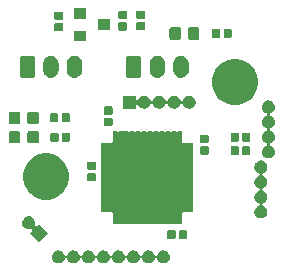
<source format=gbr>
G04 #@! TF.GenerationSoftware,KiCad,Pcbnew,5.1.5+dfsg1-2build2*
G04 #@! TF.CreationDate,2021-02-09T17:16:18+01:00*
G04 #@! TF.ProjectId,base2.0,62617365-322e-4302-9e6b-696361645f70,rev?*
G04 #@! TF.SameCoordinates,Original*
G04 #@! TF.FileFunction,Soldermask,Top*
G04 #@! TF.FilePolarity,Negative*
%FSLAX46Y46*%
G04 Gerber Fmt 4.6, Leading zero omitted, Abs format (unit mm)*
G04 Created by KiCad (PCBNEW 5.1.5+dfsg1-2build2) date 2021-02-09 17:16:18*
%MOMM*%
%LPD*%
G04 APERTURE LIST*
%ADD10C,0.350000*%
G04 APERTURE END LIST*
D10*
G36*
X139705222Y-120980675D02*
G01*
X139805496Y-121022210D01*
X139805497Y-121022211D01*
X139895743Y-121082511D01*
X139972491Y-121159259D01*
X139972492Y-121159261D01*
X140032792Y-121249506D01*
X140064017Y-121324890D01*
X140075568Y-121346501D01*
X140091113Y-121365442D01*
X140110055Y-121380988D01*
X140131666Y-121392539D01*
X140155115Y-121399652D01*
X140179501Y-121402054D01*
X140203887Y-121399652D01*
X140227336Y-121392539D01*
X140248947Y-121380988D01*
X140267888Y-121365443D01*
X140283434Y-121346501D01*
X140294985Y-121324890D01*
X140326210Y-121249506D01*
X140386510Y-121159261D01*
X140386511Y-121159259D01*
X140463259Y-121082511D01*
X140553505Y-121022211D01*
X140553506Y-121022210D01*
X140653780Y-120980675D01*
X140760231Y-120959501D01*
X140868771Y-120959501D01*
X140975222Y-120980675D01*
X141075496Y-121022210D01*
X141075497Y-121022211D01*
X141165743Y-121082511D01*
X141242491Y-121159259D01*
X141242492Y-121159261D01*
X141302792Y-121249506D01*
X141334017Y-121324890D01*
X141345568Y-121346501D01*
X141361113Y-121365442D01*
X141380055Y-121380988D01*
X141401666Y-121392539D01*
X141425115Y-121399652D01*
X141449501Y-121402054D01*
X141473887Y-121399652D01*
X141497336Y-121392539D01*
X141518947Y-121380988D01*
X141537888Y-121365443D01*
X141553434Y-121346501D01*
X141564985Y-121324890D01*
X141596210Y-121249506D01*
X141656510Y-121159261D01*
X141656511Y-121159259D01*
X141733259Y-121082511D01*
X141823505Y-121022211D01*
X141823506Y-121022210D01*
X141923780Y-120980675D01*
X142030231Y-120959501D01*
X142138771Y-120959501D01*
X142245222Y-120980675D01*
X142345496Y-121022210D01*
X142345497Y-121022211D01*
X142435743Y-121082511D01*
X142512491Y-121159259D01*
X142512492Y-121159261D01*
X142572792Y-121249506D01*
X142604017Y-121324890D01*
X142615568Y-121346501D01*
X142631113Y-121365442D01*
X142650055Y-121380988D01*
X142671666Y-121392539D01*
X142695115Y-121399652D01*
X142719501Y-121402054D01*
X142743887Y-121399652D01*
X142767336Y-121392539D01*
X142788947Y-121380988D01*
X142807888Y-121365443D01*
X142823434Y-121346501D01*
X142834985Y-121324890D01*
X142866210Y-121249506D01*
X142926510Y-121159261D01*
X142926511Y-121159259D01*
X143003259Y-121082511D01*
X143093505Y-121022211D01*
X143093506Y-121022210D01*
X143193780Y-120980675D01*
X143300231Y-120959501D01*
X143408771Y-120959501D01*
X143515222Y-120980675D01*
X143615496Y-121022210D01*
X143615497Y-121022211D01*
X143705743Y-121082511D01*
X143782491Y-121159259D01*
X143782492Y-121159261D01*
X143842792Y-121249506D01*
X143874017Y-121324890D01*
X143885568Y-121346501D01*
X143901113Y-121365442D01*
X143920055Y-121380988D01*
X143941666Y-121392539D01*
X143965115Y-121399652D01*
X143989501Y-121402054D01*
X144013887Y-121399652D01*
X144037336Y-121392539D01*
X144058947Y-121380988D01*
X144077888Y-121365443D01*
X144093434Y-121346501D01*
X144104985Y-121324890D01*
X144136210Y-121249506D01*
X144196510Y-121159261D01*
X144196511Y-121159259D01*
X144273259Y-121082511D01*
X144363505Y-121022211D01*
X144363506Y-121022210D01*
X144463780Y-120980675D01*
X144570231Y-120959501D01*
X144678771Y-120959501D01*
X144785222Y-120980675D01*
X144885496Y-121022210D01*
X144885497Y-121022211D01*
X144975743Y-121082511D01*
X145052491Y-121159259D01*
X145052492Y-121159261D01*
X145112792Y-121249506D01*
X145144017Y-121324890D01*
X145155568Y-121346501D01*
X145171113Y-121365442D01*
X145190055Y-121380988D01*
X145211666Y-121392539D01*
X145235115Y-121399652D01*
X145259501Y-121402054D01*
X145283887Y-121399652D01*
X145307336Y-121392539D01*
X145328947Y-121380988D01*
X145347888Y-121365443D01*
X145363434Y-121346501D01*
X145374985Y-121324890D01*
X145406210Y-121249506D01*
X145466510Y-121159261D01*
X145466511Y-121159259D01*
X145543259Y-121082511D01*
X145633505Y-121022211D01*
X145633506Y-121022210D01*
X145733780Y-120980675D01*
X145840231Y-120959501D01*
X145948771Y-120959501D01*
X146055222Y-120980675D01*
X146155496Y-121022210D01*
X146155497Y-121022211D01*
X146245743Y-121082511D01*
X146322491Y-121159259D01*
X146322492Y-121159261D01*
X146382792Y-121249506D01*
X146414017Y-121324890D01*
X146425568Y-121346501D01*
X146441113Y-121365442D01*
X146460055Y-121380988D01*
X146481666Y-121392539D01*
X146505115Y-121399652D01*
X146529501Y-121402054D01*
X146553887Y-121399652D01*
X146577336Y-121392539D01*
X146598947Y-121380988D01*
X146617888Y-121365443D01*
X146633434Y-121346501D01*
X146644985Y-121324890D01*
X146676210Y-121249506D01*
X146736510Y-121159261D01*
X146736511Y-121159259D01*
X146813259Y-121082511D01*
X146903505Y-121022211D01*
X146903506Y-121022210D01*
X147003780Y-120980675D01*
X147110231Y-120959501D01*
X147218771Y-120959501D01*
X147325222Y-120980675D01*
X147425496Y-121022210D01*
X147425497Y-121022211D01*
X147515743Y-121082511D01*
X147592491Y-121159259D01*
X147592492Y-121159261D01*
X147652792Y-121249506D01*
X147684017Y-121324890D01*
X147695568Y-121346501D01*
X147711113Y-121365442D01*
X147730055Y-121380988D01*
X147751666Y-121392539D01*
X147775115Y-121399652D01*
X147799501Y-121402054D01*
X147823887Y-121399652D01*
X147847336Y-121392539D01*
X147868947Y-121380988D01*
X147887888Y-121365443D01*
X147903434Y-121346501D01*
X147914985Y-121324890D01*
X147946210Y-121249506D01*
X148006510Y-121159261D01*
X148006511Y-121159259D01*
X148083259Y-121082511D01*
X148173505Y-121022211D01*
X148173506Y-121022210D01*
X148273780Y-120980675D01*
X148380231Y-120959501D01*
X148488771Y-120959501D01*
X148595222Y-120980675D01*
X148695496Y-121022210D01*
X148695497Y-121022211D01*
X148785743Y-121082511D01*
X148862491Y-121159259D01*
X148862492Y-121159261D01*
X148922792Y-121249506D01*
X148964327Y-121349780D01*
X148985501Y-121456231D01*
X148985501Y-121564771D01*
X148964327Y-121671222D01*
X148922792Y-121771496D01*
X148922791Y-121771497D01*
X148862491Y-121861743D01*
X148785743Y-121938491D01*
X148740313Y-121968846D01*
X148695496Y-121998792D01*
X148595222Y-122040327D01*
X148488771Y-122061501D01*
X148380231Y-122061501D01*
X148273780Y-122040327D01*
X148173506Y-121998792D01*
X148128689Y-121968846D01*
X148083259Y-121938491D01*
X148006511Y-121861743D01*
X147946211Y-121771497D01*
X147946210Y-121771496D01*
X147914985Y-121696112D01*
X147903434Y-121674501D01*
X147887889Y-121655560D01*
X147868947Y-121640014D01*
X147847336Y-121628463D01*
X147823887Y-121621350D01*
X147799501Y-121618948D01*
X147775115Y-121621350D01*
X147751666Y-121628463D01*
X147730055Y-121640014D01*
X147711114Y-121655559D01*
X147695568Y-121674501D01*
X147684017Y-121696112D01*
X147652792Y-121771496D01*
X147652791Y-121771497D01*
X147592491Y-121861743D01*
X147515743Y-121938491D01*
X147470313Y-121968846D01*
X147425496Y-121998792D01*
X147325222Y-122040327D01*
X147218771Y-122061501D01*
X147110231Y-122061501D01*
X147003780Y-122040327D01*
X146903506Y-121998792D01*
X146858689Y-121968846D01*
X146813259Y-121938491D01*
X146736511Y-121861743D01*
X146676211Y-121771497D01*
X146676210Y-121771496D01*
X146644985Y-121696112D01*
X146633434Y-121674501D01*
X146617889Y-121655560D01*
X146598947Y-121640014D01*
X146577336Y-121628463D01*
X146553887Y-121621350D01*
X146529501Y-121618948D01*
X146505115Y-121621350D01*
X146481666Y-121628463D01*
X146460055Y-121640014D01*
X146441114Y-121655559D01*
X146425568Y-121674501D01*
X146414017Y-121696112D01*
X146382792Y-121771496D01*
X146382791Y-121771497D01*
X146322491Y-121861743D01*
X146245743Y-121938491D01*
X146200313Y-121968846D01*
X146155496Y-121998792D01*
X146055222Y-122040327D01*
X145948771Y-122061501D01*
X145840231Y-122061501D01*
X145733780Y-122040327D01*
X145633506Y-121998792D01*
X145588689Y-121968846D01*
X145543259Y-121938491D01*
X145466511Y-121861743D01*
X145406211Y-121771497D01*
X145406210Y-121771496D01*
X145374985Y-121696112D01*
X145363434Y-121674501D01*
X145347889Y-121655560D01*
X145328947Y-121640014D01*
X145307336Y-121628463D01*
X145283887Y-121621350D01*
X145259501Y-121618948D01*
X145235115Y-121621350D01*
X145211666Y-121628463D01*
X145190055Y-121640014D01*
X145171114Y-121655559D01*
X145155568Y-121674501D01*
X145144017Y-121696112D01*
X145112792Y-121771496D01*
X145112791Y-121771497D01*
X145052491Y-121861743D01*
X144975743Y-121938491D01*
X144930313Y-121968846D01*
X144885496Y-121998792D01*
X144785222Y-122040327D01*
X144678771Y-122061501D01*
X144570231Y-122061501D01*
X144463780Y-122040327D01*
X144363506Y-121998792D01*
X144318689Y-121968846D01*
X144273259Y-121938491D01*
X144196511Y-121861743D01*
X144136211Y-121771497D01*
X144136210Y-121771496D01*
X144104985Y-121696112D01*
X144093434Y-121674501D01*
X144077889Y-121655560D01*
X144058947Y-121640014D01*
X144037336Y-121628463D01*
X144013887Y-121621350D01*
X143989501Y-121618948D01*
X143965115Y-121621350D01*
X143941666Y-121628463D01*
X143920055Y-121640014D01*
X143901114Y-121655559D01*
X143885568Y-121674501D01*
X143874017Y-121696112D01*
X143842792Y-121771496D01*
X143842791Y-121771497D01*
X143782491Y-121861743D01*
X143705743Y-121938491D01*
X143660313Y-121968846D01*
X143615496Y-121998792D01*
X143515222Y-122040327D01*
X143408771Y-122061501D01*
X143300231Y-122061501D01*
X143193780Y-122040327D01*
X143093506Y-121998792D01*
X143048689Y-121968846D01*
X143003259Y-121938491D01*
X142926511Y-121861743D01*
X142866211Y-121771497D01*
X142866210Y-121771496D01*
X142834985Y-121696112D01*
X142823434Y-121674501D01*
X142807889Y-121655560D01*
X142788947Y-121640014D01*
X142767336Y-121628463D01*
X142743887Y-121621350D01*
X142719501Y-121618948D01*
X142695115Y-121621350D01*
X142671666Y-121628463D01*
X142650055Y-121640014D01*
X142631114Y-121655559D01*
X142615568Y-121674501D01*
X142604017Y-121696112D01*
X142572792Y-121771496D01*
X142572791Y-121771497D01*
X142512491Y-121861743D01*
X142435743Y-121938491D01*
X142390313Y-121968846D01*
X142345496Y-121998792D01*
X142245222Y-122040327D01*
X142138771Y-122061501D01*
X142030231Y-122061501D01*
X141923780Y-122040327D01*
X141823506Y-121998792D01*
X141778689Y-121968846D01*
X141733259Y-121938491D01*
X141656511Y-121861743D01*
X141596211Y-121771497D01*
X141596210Y-121771496D01*
X141564985Y-121696112D01*
X141553434Y-121674501D01*
X141537889Y-121655560D01*
X141518947Y-121640014D01*
X141497336Y-121628463D01*
X141473887Y-121621350D01*
X141449501Y-121618948D01*
X141425115Y-121621350D01*
X141401666Y-121628463D01*
X141380055Y-121640014D01*
X141361114Y-121655559D01*
X141345568Y-121674501D01*
X141334017Y-121696112D01*
X141302792Y-121771496D01*
X141302791Y-121771497D01*
X141242491Y-121861743D01*
X141165743Y-121938491D01*
X141120313Y-121968846D01*
X141075496Y-121998792D01*
X140975222Y-122040327D01*
X140868771Y-122061501D01*
X140760231Y-122061501D01*
X140653780Y-122040327D01*
X140553506Y-121998792D01*
X140508689Y-121968846D01*
X140463259Y-121938491D01*
X140386511Y-121861743D01*
X140326211Y-121771497D01*
X140326210Y-121771496D01*
X140294985Y-121696112D01*
X140283434Y-121674501D01*
X140267889Y-121655560D01*
X140248947Y-121640014D01*
X140227336Y-121628463D01*
X140203887Y-121621350D01*
X140179501Y-121618948D01*
X140155115Y-121621350D01*
X140131666Y-121628463D01*
X140110055Y-121640014D01*
X140091114Y-121655559D01*
X140075568Y-121674501D01*
X140064017Y-121696112D01*
X140032792Y-121771496D01*
X140032791Y-121771497D01*
X139972491Y-121861743D01*
X139895743Y-121938491D01*
X139850313Y-121968846D01*
X139805496Y-121998792D01*
X139705222Y-122040327D01*
X139598771Y-122061501D01*
X139490231Y-122061501D01*
X139383780Y-122040327D01*
X139283506Y-121998792D01*
X139238689Y-121968846D01*
X139193259Y-121938491D01*
X139116511Y-121861743D01*
X139056211Y-121771497D01*
X139056210Y-121771496D01*
X139014675Y-121671222D01*
X138993501Y-121564771D01*
X138993501Y-121456231D01*
X139014675Y-121349780D01*
X139056210Y-121249506D01*
X139116510Y-121159261D01*
X139116511Y-121159259D01*
X139193259Y-121082511D01*
X139283505Y-121022211D01*
X139283506Y-121022210D01*
X139383780Y-120980675D01*
X139490231Y-120959501D01*
X139598771Y-120959501D01*
X139705222Y-120980675D01*
G37*
G36*
X137184695Y-118079148D02*
G01*
X137284969Y-118120683D01*
X137284970Y-118120684D01*
X137375216Y-118180984D01*
X137451964Y-118257732D01*
X137451965Y-118257734D01*
X137512265Y-118347979D01*
X137553800Y-118448253D01*
X137574974Y-118554704D01*
X137574974Y-118663244D01*
X137553175Y-118772835D01*
X137550773Y-118797221D01*
X137553175Y-118821607D01*
X137560288Y-118845056D01*
X137571839Y-118866667D01*
X137587384Y-118885609D01*
X137606326Y-118901154D01*
X137627937Y-118912705D01*
X137651386Y-118919818D01*
X137675772Y-118922220D01*
X137700158Y-118919818D01*
X137723607Y-118912705D01*
X137745218Y-118901154D01*
X137764154Y-118885614D01*
X137922000Y-118727768D01*
X138701232Y-119507000D01*
X137922000Y-120286232D01*
X137142768Y-119507000D01*
X137300614Y-119349154D01*
X137316154Y-119330218D01*
X137327705Y-119308607D01*
X137334818Y-119285158D01*
X137337220Y-119260772D01*
X137334818Y-119236386D01*
X137327705Y-119212937D01*
X137316154Y-119191326D01*
X137300609Y-119172384D01*
X137281667Y-119156839D01*
X137260056Y-119145288D01*
X137236607Y-119138175D01*
X137212221Y-119135773D01*
X137187835Y-119138175D01*
X137078244Y-119159974D01*
X136969704Y-119159974D01*
X136863253Y-119138800D01*
X136762979Y-119097265D01*
X136718162Y-119067319D01*
X136672732Y-119036964D01*
X136595984Y-118960216D01*
X136556520Y-118901154D01*
X136535683Y-118869969D01*
X136494148Y-118769695D01*
X136472974Y-118663244D01*
X136472974Y-118554704D01*
X136494148Y-118448253D01*
X136535683Y-118347979D01*
X136595983Y-118257734D01*
X136595984Y-118257732D01*
X136672732Y-118180984D01*
X136762978Y-118120684D01*
X136762979Y-118120683D01*
X136863253Y-118079148D01*
X136969704Y-118057974D01*
X137078244Y-118057974D01*
X137184695Y-118079148D01*
G37*
G36*
X149377938Y-119265716D02*
G01*
X149398557Y-119271971D01*
X149417553Y-119282124D01*
X149434208Y-119295792D01*
X149447876Y-119312447D01*
X149458029Y-119331443D01*
X149464284Y-119352062D01*
X149467000Y-119379640D01*
X149467000Y-119888360D01*
X149464284Y-119915938D01*
X149458029Y-119936557D01*
X149447876Y-119955553D01*
X149434208Y-119972208D01*
X149417553Y-119985876D01*
X149398557Y-119996029D01*
X149377938Y-120002284D01*
X149350360Y-120005000D01*
X148891640Y-120005000D01*
X148864062Y-120002284D01*
X148843443Y-119996029D01*
X148824447Y-119985876D01*
X148807792Y-119972208D01*
X148794124Y-119955553D01*
X148783971Y-119936557D01*
X148777716Y-119915938D01*
X148775000Y-119888360D01*
X148775000Y-119379640D01*
X148777716Y-119352062D01*
X148783971Y-119331443D01*
X148794124Y-119312447D01*
X148807792Y-119295792D01*
X148824447Y-119282124D01*
X148843443Y-119271971D01*
X148864062Y-119265716D01*
X148891640Y-119263000D01*
X149350360Y-119263000D01*
X149377938Y-119265716D01*
G37*
G36*
X150347938Y-119265716D02*
G01*
X150368557Y-119271971D01*
X150387553Y-119282124D01*
X150404208Y-119295792D01*
X150417876Y-119312447D01*
X150428029Y-119331443D01*
X150434284Y-119352062D01*
X150437000Y-119379640D01*
X150437000Y-119888360D01*
X150434284Y-119915938D01*
X150428029Y-119936557D01*
X150417876Y-119955553D01*
X150404208Y-119972208D01*
X150387553Y-119985876D01*
X150368557Y-119996029D01*
X150347938Y-120002284D01*
X150320360Y-120005000D01*
X149861640Y-120005000D01*
X149834062Y-120002284D01*
X149813443Y-119996029D01*
X149794447Y-119985876D01*
X149777792Y-119972208D01*
X149764124Y-119955553D01*
X149753971Y-119936557D01*
X149747716Y-119915938D01*
X149745000Y-119888360D01*
X149745000Y-119379640D01*
X149747716Y-119352062D01*
X149753971Y-119331443D01*
X149764124Y-119312447D01*
X149777792Y-119295792D01*
X149794447Y-119282124D01*
X149813443Y-119271971D01*
X149834062Y-119265716D01*
X149861640Y-119263000D01*
X150320360Y-119263000D01*
X150347938Y-119265716D01*
G37*
G36*
X144463855Y-110880583D02*
G01*
X144468529Y-110882001D01*
X144472830Y-110884300D01*
X144479202Y-110889529D01*
X144499576Y-110903143D01*
X144522215Y-110912520D01*
X144546249Y-110917300D01*
X144570753Y-110917300D01*
X144594786Y-110912519D01*
X144617425Y-110903142D01*
X144637798Y-110889529D01*
X144644170Y-110884300D01*
X144648471Y-110882001D01*
X144653145Y-110880583D01*
X144664141Y-110879500D01*
X144952859Y-110879500D01*
X144963855Y-110880583D01*
X144968529Y-110882001D01*
X144972830Y-110884300D01*
X144979202Y-110889529D01*
X144999576Y-110903143D01*
X145022215Y-110912520D01*
X145046249Y-110917300D01*
X145070753Y-110917300D01*
X145094786Y-110912519D01*
X145117425Y-110903142D01*
X145137798Y-110889529D01*
X145144170Y-110884300D01*
X145148471Y-110882001D01*
X145153145Y-110880583D01*
X145164141Y-110879500D01*
X145452859Y-110879500D01*
X145463855Y-110880583D01*
X145468529Y-110882001D01*
X145472830Y-110884300D01*
X145479202Y-110889529D01*
X145499576Y-110903143D01*
X145522215Y-110912520D01*
X145546249Y-110917300D01*
X145570753Y-110917300D01*
X145594786Y-110912519D01*
X145617425Y-110903142D01*
X145637798Y-110889529D01*
X145644170Y-110884300D01*
X145648471Y-110882001D01*
X145653145Y-110880583D01*
X145664141Y-110879500D01*
X145952859Y-110879500D01*
X145963855Y-110880583D01*
X145968529Y-110882001D01*
X145972830Y-110884300D01*
X145979202Y-110889529D01*
X145999576Y-110903143D01*
X146022215Y-110912520D01*
X146046249Y-110917300D01*
X146070753Y-110917300D01*
X146094786Y-110912519D01*
X146117425Y-110903142D01*
X146137798Y-110889529D01*
X146144170Y-110884300D01*
X146148471Y-110882001D01*
X146153145Y-110880583D01*
X146164141Y-110879500D01*
X146452859Y-110879500D01*
X146463855Y-110880583D01*
X146468529Y-110882001D01*
X146472830Y-110884300D01*
X146479202Y-110889529D01*
X146499576Y-110903143D01*
X146522215Y-110912520D01*
X146546249Y-110917300D01*
X146570753Y-110917300D01*
X146594786Y-110912519D01*
X146617425Y-110903142D01*
X146637798Y-110889529D01*
X146644170Y-110884300D01*
X146648471Y-110882001D01*
X146653145Y-110880583D01*
X146664141Y-110879500D01*
X146952859Y-110879500D01*
X146963855Y-110880583D01*
X146968529Y-110882001D01*
X146972830Y-110884300D01*
X146979202Y-110889529D01*
X146999576Y-110903143D01*
X147022215Y-110912520D01*
X147046249Y-110917300D01*
X147070753Y-110917300D01*
X147094786Y-110912519D01*
X147117425Y-110903142D01*
X147137798Y-110889529D01*
X147144170Y-110884300D01*
X147148471Y-110882001D01*
X147153145Y-110880583D01*
X147164141Y-110879500D01*
X147452859Y-110879500D01*
X147463855Y-110880583D01*
X147468529Y-110882001D01*
X147472830Y-110884300D01*
X147479202Y-110889529D01*
X147499576Y-110903143D01*
X147522215Y-110912520D01*
X147546249Y-110917300D01*
X147570753Y-110917300D01*
X147594786Y-110912519D01*
X147617425Y-110903142D01*
X147637798Y-110889529D01*
X147644170Y-110884300D01*
X147648471Y-110882001D01*
X147653145Y-110880583D01*
X147664141Y-110879500D01*
X147952859Y-110879500D01*
X147963855Y-110880583D01*
X147968529Y-110882001D01*
X147972830Y-110884300D01*
X147979202Y-110889529D01*
X147999576Y-110903143D01*
X148022215Y-110912520D01*
X148046249Y-110917300D01*
X148070753Y-110917300D01*
X148094786Y-110912519D01*
X148117425Y-110903142D01*
X148137798Y-110889529D01*
X148144170Y-110884300D01*
X148148471Y-110882001D01*
X148153145Y-110880583D01*
X148164141Y-110879500D01*
X148452859Y-110879500D01*
X148463855Y-110880583D01*
X148468529Y-110882001D01*
X148472830Y-110884300D01*
X148479202Y-110889529D01*
X148499576Y-110903143D01*
X148522215Y-110912520D01*
X148546249Y-110917300D01*
X148570753Y-110917300D01*
X148594786Y-110912519D01*
X148617425Y-110903142D01*
X148637798Y-110889529D01*
X148644170Y-110884300D01*
X148648471Y-110882001D01*
X148653145Y-110880583D01*
X148664141Y-110879500D01*
X148952859Y-110879500D01*
X148963855Y-110880583D01*
X148968529Y-110882001D01*
X148972830Y-110884300D01*
X148979202Y-110889529D01*
X148999576Y-110903143D01*
X149022215Y-110912520D01*
X149046249Y-110917300D01*
X149070753Y-110917300D01*
X149094786Y-110912519D01*
X149117425Y-110903142D01*
X149137798Y-110889529D01*
X149144170Y-110884300D01*
X149148471Y-110882001D01*
X149153145Y-110880583D01*
X149164141Y-110879500D01*
X149452859Y-110879500D01*
X149463855Y-110880583D01*
X149468529Y-110882001D01*
X149472830Y-110884300D01*
X149479202Y-110889529D01*
X149499576Y-110903143D01*
X149522215Y-110912520D01*
X149546249Y-110917300D01*
X149570753Y-110917300D01*
X149594786Y-110912519D01*
X149617425Y-110903142D01*
X149637798Y-110889529D01*
X149644170Y-110884300D01*
X149648471Y-110882001D01*
X149653145Y-110880583D01*
X149664141Y-110879500D01*
X149952859Y-110879500D01*
X149963855Y-110880583D01*
X149968529Y-110882001D01*
X149972831Y-110884300D01*
X149976604Y-110887396D01*
X149979700Y-110891169D01*
X149981999Y-110895471D01*
X149983417Y-110900145D01*
X149984500Y-110911141D01*
X149984500Y-111754501D01*
X149986902Y-111778887D01*
X149994015Y-111802336D01*
X150005566Y-111823947D01*
X150021111Y-111842889D01*
X150040053Y-111858434D01*
X150061664Y-111869985D01*
X150085113Y-111877098D01*
X150109499Y-111879500D01*
X150952859Y-111879500D01*
X150963855Y-111880583D01*
X150968529Y-111882001D01*
X150972831Y-111884300D01*
X150976604Y-111887396D01*
X150979700Y-111891169D01*
X150981999Y-111895471D01*
X150983417Y-111900145D01*
X150984500Y-111911141D01*
X150984500Y-112199859D01*
X150983417Y-112210855D01*
X150981999Y-112215529D01*
X150979700Y-112219830D01*
X150974471Y-112226202D01*
X150960857Y-112246576D01*
X150951480Y-112269215D01*
X150946700Y-112293249D01*
X150946700Y-112317753D01*
X150951481Y-112341786D01*
X150960858Y-112364425D01*
X150974471Y-112384798D01*
X150979700Y-112391170D01*
X150981999Y-112395471D01*
X150983417Y-112400145D01*
X150984500Y-112411141D01*
X150984500Y-112699859D01*
X150983417Y-112710855D01*
X150981999Y-112715529D01*
X150979700Y-112719830D01*
X150974471Y-112726202D01*
X150960857Y-112746576D01*
X150951480Y-112769215D01*
X150946700Y-112793249D01*
X150946700Y-112817753D01*
X150951481Y-112841786D01*
X150960858Y-112864425D01*
X150974471Y-112884798D01*
X150979700Y-112891170D01*
X150981999Y-112895471D01*
X150983417Y-112900145D01*
X150984500Y-112911141D01*
X150984500Y-113199859D01*
X150983417Y-113210855D01*
X150981999Y-113215529D01*
X150979700Y-113219830D01*
X150974471Y-113226202D01*
X150960857Y-113246576D01*
X150951480Y-113269215D01*
X150946700Y-113293249D01*
X150946700Y-113317753D01*
X150951481Y-113341786D01*
X150960858Y-113364425D01*
X150974471Y-113384798D01*
X150979700Y-113391170D01*
X150981999Y-113395471D01*
X150983417Y-113400145D01*
X150984500Y-113411141D01*
X150984500Y-113699859D01*
X150983417Y-113710855D01*
X150981999Y-113715529D01*
X150979700Y-113719830D01*
X150974471Y-113726202D01*
X150960857Y-113746576D01*
X150951480Y-113769215D01*
X150946700Y-113793249D01*
X150946700Y-113817753D01*
X150951481Y-113841786D01*
X150960858Y-113864425D01*
X150974471Y-113884798D01*
X150979700Y-113891170D01*
X150981999Y-113895471D01*
X150983417Y-113900145D01*
X150984500Y-113911141D01*
X150984500Y-114199859D01*
X150983417Y-114210855D01*
X150981999Y-114215529D01*
X150979700Y-114219830D01*
X150974471Y-114226202D01*
X150960857Y-114246576D01*
X150951480Y-114269215D01*
X150946700Y-114293249D01*
X150946700Y-114317753D01*
X150951481Y-114341786D01*
X150960858Y-114364425D01*
X150974471Y-114384798D01*
X150979700Y-114391170D01*
X150981999Y-114395471D01*
X150983417Y-114400145D01*
X150984500Y-114411141D01*
X150984500Y-114699859D01*
X150983417Y-114710855D01*
X150981999Y-114715529D01*
X150979700Y-114719830D01*
X150974471Y-114726202D01*
X150960857Y-114746576D01*
X150951480Y-114769215D01*
X150946700Y-114793249D01*
X150946700Y-114817753D01*
X150951481Y-114841786D01*
X150960858Y-114864425D01*
X150974471Y-114884798D01*
X150979700Y-114891170D01*
X150981999Y-114895471D01*
X150983417Y-114900145D01*
X150984500Y-114911141D01*
X150984500Y-115199859D01*
X150983417Y-115210855D01*
X150981999Y-115215529D01*
X150979700Y-115219830D01*
X150974471Y-115226202D01*
X150960857Y-115246576D01*
X150951480Y-115269215D01*
X150946700Y-115293249D01*
X150946700Y-115317753D01*
X150951481Y-115341786D01*
X150960858Y-115364425D01*
X150974471Y-115384798D01*
X150979700Y-115391170D01*
X150981999Y-115395471D01*
X150983417Y-115400145D01*
X150984500Y-115411141D01*
X150984500Y-115699859D01*
X150983417Y-115710855D01*
X150981999Y-115715529D01*
X150979700Y-115719830D01*
X150974471Y-115726202D01*
X150960857Y-115746576D01*
X150951480Y-115769215D01*
X150946700Y-115793249D01*
X150946700Y-115817753D01*
X150951481Y-115841786D01*
X150960858Y-115864425D01*
X150974471Y-115884798D01*
X150979700Y-115891170D01*
X150981999Y-115895471D01*
X150983417Y-115900145D01*
X150984500Y-115911141D01*
X150984500Y-116199859D01*
X150983417Y-116210855D01*
X150981999Y-116215529D01*
X150979700Y-116219830D01*
X150974471Y-116226202D01*
X150960857Y-116246576D01*
X150951480Y-116269215D01*
X150946700Y-116293249D01*
X150946700Y-116317753D01*
X150951481Y-116341786D01*
X150960858Y-116364425D01*
X150974471Y-116384798D01*
X150979700Y-116391170D01*
X150981999Y-116395471D01*
X150983417Y-116400145D01*
X150984500Y-116411141D01*
X150984500Y-116699859D01*
X150983417Y-116710855D01*
X150981999Y-116715529D01*
X150979700Y-116719830D01*
X150974471Y-116726202D01*
X150960857Y-116746576D01*
X150951480Y-116769215D01*
X150946700Y-116793249D01*
X150946700Y-116817753D01*
X150951481Y-116841786D01*
X150960858Y-116864425D01*
X150974471Y-116884798D01*
X150979700Y-116891170D01*
X150981999Y-116895471D01*
X150983417Y-116900145D01*
X150984500Y-116911141D01*
X150984500Y-117199859D01*
X150983417Y-117210855D01*
X150981999Y-117215529D01*
X150979700Y-117219830D01*
X150974471Y-117226202D01*
X150960857Y-117246576D01*
X150951480Y-117269215D01*
X150946700Y-117293249D01*
X150946700Y-117317753D01*
X150951481Y-117341786D01*
X150960858Y-117364425D01*
X150974471Y-117384798D01*
X150979700Y-117391170D01*
X150981999Y-117395471D01*
X150983417Y-117400145D01*
X150984500Y-117411141D01*
X150984500Y-117699859D01*
X150983417Y-117710855D01*
X150981999Y-117715529D01*
X150979700Y-117719831D01*
X150976604Y-117723604D01*
X150972831Y-117726700D01*
X150968529Y-117728999D01*
X150963855Y-117730417D01*
X150952859Y-117731500D01*
X150109499Y-117731500D01*
X150085113Y-117733902D01*
X150061664Y-117741015D01*
X150040053Y-117752566D01*
X150021111Y-117768111D01*
X150005566Y-117787053D01*
X149994015Y-117808664D01*
X149986902Y-117832113D01*
X149984500Y-117856499D01*
X149984500Y-118699859D01*
X149983417Y-118710855D01*
X149981999Y-118715529D01*
X149979700Y-118719831D01*
X149976604Y-118723604D01*
X149972831Y-118726700D01*
X149968529Y-118728999D01*
X149963855Y-118730417D01*
X149952859Y-118731500D01*
X149664141Y-118731500D01*
X149653145Y-118730417D01*
X149648471Y-118728999D01*
X149644170Y-118726700D01*
X149637798Y-118721471D01*
X149617424Y-118707857D01*
X149594785Y-118698480D01*
X149570751Y-118693700D01*
X149546247Y-118693700D01*
X149522214Y-118698481D01*
X149499575Y-118707858D01*
X149479202Y-118721471D01*
X149472830Y-118726700D01*
X149468529Y-118728999D01*
X149463855Y-118730417D01*
X149452859Y-118731500D01*
X149164141Y-118731500D01*
X149153145Y-118730417D01*
X149148471Y-118728999D01*
X149144170Y-118726700D01*
X149137798Y-118721471D01*
X149117424Y-118707857D01*
X149094785Y-118698480D01*
X149070751Y-118693700D01*
X149046247Y-118693700D01*
X149022214Y-118698481D01*
X148999575Y-118707858D01*
X148979202Y-118721471D01*
X148972830Y-118726700D01*
X148968529Y-118728999D01*
X148963855Y-118730417D01*
X148952859Y-118731500D01*
X148664141Y-118731500D01*
X148653145Y-118730417D01*
X148648471Y-118728999D01*
X148644170Y-118726700D01*
X148637798Y-118721471D01*
X148617424Y-118707857D01*
X148594785Y-118698480D01*
X148570751Y-118693700D01*
X148546247Y-118693700D01*
X148522214Y-118698481D01*
X148499575Y-118707858D01*
X148479202Y-118721471D01*
X148472830Y-118726700D01*
X148468529Y-118728999D01*
X148463855Y-118730417D01*
X148452859Y-118731500D01*
X148164141Y-118731500D01*
X148153145Y-118730417D01*
X148148471Y-118728999D01*
X148144170Y-118726700D01*
X148137798Y-118721471D01*
X148117424Y-118707857D01*
X148094785Y-118698480D01*
X148070751Y-118693700D01*
X148046247Y-118693700D01*
X148022214Y-118698481D01*
X147999575Y-118707858D01*
X147979202Y-118721471D01*
X147972830Y-118726700D01*
X147968529Y-118728999D01*
X147963855Y-118730417D01*
X147952859Y-118731500D01*
X147664141Y-118731500D01*
X147653145Y-118730417D01*
X147648471Y-118728999D01*
X147644170Y-118726700D01*
X147637798Y-118721471D01*
X147617424Y-118707857D01*
X147594785Y-118698480D01*
X147570751Y-118693700D01*
X147546247Y-118693700D01*
X147522214Y-118698481D01*
X147499575Y-118707858D01*
X147479202Y-118721471D01*
X147472830Y-118726700D01*
X147468529Y-118728999D01*
X147463855Y-118730417D01*
X147452859Y-118731500D01*
X147164141Y-118731500D01*
X147153145Y-118730417D01*
X147148471Y-118728999D01*
X147144170Y-118726700D01*
X147137798Y-118721471D01*
X147117424Y-118707857D01*
X147094785Y-118698480D01*
X147070751Y-118693700D01*
X147046247Y-118693700D01*
X147022214Y-118698481D01*
X146999575Y-118707858D01*
X146979202Y-118721471D01*
X146972830Y-118726700D01*
X146968529Y-118728999D01*
X146963855Y-118730417D01*
X146952859Y-118731500D01*
X146664141Y-118731500D01*
X146653145Y-118730417D01*
X146648471Y-118728999D01*
X146644170Y-118726700D01*
X146637798Y-118721471D01*
X146617424Y-118707857D01*
X146594785Y-118698480D01*
X146570751Y-118693700D01*
X146546247Y-118693700D01*
X146522214Y-118698481D01*
X146499575Y-118707858D01*
X146479202Y-118721471D01*
X146472830Y-118726700D01*
X146468529Y-118728999D01*
X146463855Y-118730417D01*
X146452859Y-118731500D01*
X146164141Y-118731500D01*
X146153145Y-118730417D01*
X146148471Y-118728999D01*
X146144170Y-118726700D01*
X146137798Y-118721471D01*
X146117424Y-118707857D01*
X146094785Y-118698480D01*
X146070751Y-118693700D01*
X146046247Y-118693700D01*
X146022214Y-118698481D01*
X145999575Y-118707858D01*
X145979202Y-118721471D01*
X145972830Y-118726700D01*
X145968529Y-118728999D01*
X145963855Y-118730417D01*
X145952859Y-118731500D01*
X145664141Y-118731500D01*
X145653145Y-118730417D01*
X145648471Y-118728999D01*
X145644170Y-118726700D01*
X145637798Y-118721471D01*
X145617424Y-118707857D01*
X145594785Y-118698480D01*
X145570751Y-118693700D01*
X145546247Y-118693700D01*
X145522214Y-118698481D01*
X145499575Y-118707858D01*
X145479202Y-118721471D01*
X145472830Y-118726700D01*
X145468529Y-118728999D01*
X145463855Y-118730417D01*
X145452859Y-118731500D01*
X145164141Y-118731500D01*
X145153145Y-118730417D01*
X145148471Y-118728999D01*
X145144170Y-118726700D01*
X145137798Y-118721471D01*
X145117424Y-118707857D01*
X145094785Y-118698480D01*
X145070751Y-118693700D01*
X145046247Y-118693700D01*
X145022214Y-118698481D01*
X144999575Y-118707858D01*
X144979202Y-118721471D01*
X144972830Y-118726700D01*
X144968529Y-118728999D01*
X144963855Y-118730417D01*
X144952859Y-118731500D01*
X144664141Y-118731500D01*
X144653145Y-118730417D01*
X144648471Y-118728999D01*
X144644170Y-118726700D01*
X144637798Y-118721471D01*
X144617424Y-118707857D01*
X144594785Y-118698480D01*
X144570751Y-118693700D01*
X144546247Y-118693700D01*
X144522214Y-118698481D01*
X144499575Y-118707858D01*
X144479202Y-118721471D01*
X144472830Y-118726700D01*
X144468529Y-118728999D01*
X144463855Y-118730417D01*
X144452859Y-118731500D01*
X144164141Y-118731500D01*
X144153145Y-118730417D01*
X144148471Y-118728999D01*
X144144169Y-118726700D01*
X144140396Y-118723604D01*
X144137300Y-118719831D01*
X144135001Y-118715529D01*
X144133583Y-118710855D01*
X144132500Y-118699859D01*
X144132500Y-117856499D01*
X144130098Y-117832113D01*
X144122985Y-117808664D01*
X144111434Y-117787053D01*
X144095889Y-117768111D01*
X144076947Y-117752566D01*
X144055336Y-117741015D01*
X144031887Y-117733902D01*
X144007501Y-117731500D01*
X143164141Y-117731500D01*
X143153145Y-117730417D01*
X143148471Y-117728999D01*
X143144169Y-117726700D01*
X143140396Y-117723604D01*
X143137300Y-117719831D01*
X143135001Y-117715529D01*
X143133583Y-117710855D01*
X143132500Y-117699859D01*
X143132500Y-117411141D01*
X143133583Y-117400145D01*
X143135001Y-117395471D01*
X143137300Y-117391170D01*
X143142529Y-117384798D01*
X143156143Y-117364424D01*
X143165520Y-117341785D01*
X143170300Y-117317751D01*
X143170300Y-117293247D01*
X143165519Y-117269214D01*
X143156142Y-117246575D01*
X143142529Y-117226202D01*
X143137300Y-117219830D01*
X143135001Y-117215529D01*
X143133583Y-117210855D01*
X143132500Y-117199859D01*
X143132500Y-116911141D01*
X143133583Y-116900145D01*
X143135001Y-116895471D01*
X143137300Y-116891170D01*
X143142529Y-116884798D01*
X143156143Y-116864424D01*
X143165520Y-116841785D01*
X143170300Y-116817751D01*
X143170300Y-116793247D01*
X143165519Y-116769214D01*
X143156142Y-116746575D01*
X143142529Y-116726202D01*
X143137300Y-116719830D01*
X143135001Y-116715529D01*
X143133583Y-116710855D01*
X143132500Y-116699859D01*
X143132500Y-116411141D01*
X143133583Y-116400145D01*
X143135001Y-116395471D01*
X143137300Y-116391170D01*
X143142529Y-116384798D01*
X143156143Y-116364424D01*
X143165520Y-116341785D01*
X143170300Y-116317751D01*
X143170300Y-116293247D01*
X143165519Y-116269214D01*
X143156142Y-116246575D01*
X143142529Y-116226202D01*
X143137300Y-116219830D01*
X143135001Y-116215529D01*
X143133583Y-116210855D01*
X143132500Y-116199859D01*
X143132500Y-115911141D01*
X143133583Y-115900145D01*
X143135001Y-115895471D01*
X143137300Y-115891170D01*
X143142529Y-115884798D01*
X143156143Y-115864424D01*
X143165520Y-115841785D01*
X143170300Y-115817751D01*
X143170300Y-115793247D01*
X143165519Y-115769214D01*
X143156142Y-115746575D01*
X143142529Y-115726202D01*
X143137300Y-115719830D01*
X143135001Y-115715529D01*
X143133583Y-115710855D01*
X143132500Y-115699859D01*
X143132500Y-115411141D01*
X143133583Y-115400145D01*
X143135001Y-115395471D01*
X143137300Y-115391170D01*
X143142529Y-115384798D01*
X143156143Y-115364424D01*
X143165520Y-115341785D01*
X143170300Y-115317751D01*
X143170300Y-115293247D01*
X143165519Y-115269214D01*
X143156142Y-115246575D01*
X143142529Y-115226202D01*
X143137300Y-115219830D01*
X143135001Y-115215529D01*
X143133583Y-115210855D01*
X143132500Y-115199859D01*
X143132500Y-114911141D01*
X143133583Y-114900145D01*
X143135001Y-114895471D01*
X143137300Y-114891170D01*
X143142529Y-114884798D01*
X143156143Y-114864424D01*
X143165520Y-114841785D01*
X143170300Y-114817751D01*
X143170300Y-114793247D01*
X143165519Y-114769214D01*
X143156142Y-114746575D01*
X143142529Y-114726202D01*
X143137300Y-114719830D01*
X143135001Y-114715529D01*
X143133583Y-114710855D01*
X143132500Y-114699859D01*
X143132500Y-114411141D01*
X143133583Y-114400145D01*
X143135001Y-114395471D01*
X143137300Y-114391170D01*
X143142529Y-114384798D01*
X143156143Y-114364424D01*
X143165520Y-114341785D01*
X143170300Y-114317751D01*
X143170300Y-114293247D01*
X143165519Y-114269214D01*
X143156142Y-114246575D01*
X143142529Y-114226202D01*
X143137300Y-114219830D01*
X143135001Y-114215529D01*
X143133583Y-114210855D01*
X143132500Y-114199859D01*
X143132500Y-113911141D01*
X143133583Y-113900145D01*
X143135001Y-113895471D01*
X143137300Y-113891170D01*
X143142529Y-113884798D01*
X143156143Y-113864424D01*
X143165520Y-113841785D01*
X143170300Y-113817751D01*
X143170300Y-113793247D01*
X143165519Y-113769214D01*
X143156142Y-113746575D01*
X143142529Y-113726202D01*
X143137300Y-113719830D01*
X143135001Y-113715529D01*
X143133583Y-113710855D01*
X143132500Y-113699859D01*
X143132500Y-113411141D01*
X143133583Y-113400145D01*
X143135001Y-113395471D01*
X143137300Y-113391170D01*
X143142529Y-113384798D01*
X143156143Y-113364424D01*
X143165520Y-113341785D01*
X143170300Y-113317751D01*
X143170300Y-113293247D01*
X143165519Y-113269214D01*
X143156142Y-113246575D01*
X143142529Y-113226202D01*
X143137300Y-113219830D01*
X143135001Y-113215529D01*
X143133583Y-113210855D01*
X143132500Y-113199859D01*
X143132500Y-112911141D01*
X143133583Y-112900145D01*
X143135001Y-112895471D01*
X143137300Y-112891170D01*
X143142529Y-112884798D01*
X143156143Y-112864424D01*
X143165520Y-112841785D01*
X143170300Y-112817751D01*
X143170300Y-112793247D01*
X143165519Y-112769214D01*
X143156142Y-112746575D01*
X143142529Y-112726202D01*
X143137300Y-112719830D01*
X143135001Y-112715529D01*
X143133583Y-112710855D01*
X143132500Y-112699859D01*
X143132500Y-112411141D01*
X143133583Y-112400145D01*
X143135001Y-112395471D01*
X143137300Y-112391170D01*
X143142529Y-112384798D01*
X143156143Y-112364424D01*
X143165520Y-112341785D01*
X143170300Y-112317751D01*
X143170300Y-112293247D01*
X143165519Y-112269214D01*
X143156142Y-112246575D01*
X143142529Y-112226202D01*
X143137300Y-112219830D01*
X143135001Y-112215529D01*
X143133583Y-112210855D01*
X143132500Y-112199859D01*
X143132500Y-111911141D01*
X143133583Y-111900145D01*
X143135001Y-111895471D01*
X143137300Y-111891169D01*
X143140396Y-111887396D01*
X143144169Y-111884300D01*
X143148471Y-111882001D01*
X143153145Y-111880583D01*
X143164141Y-111879500D01*
X144007501Y-111879500D01*
X144031887Y-111877098D01*
X144055336Y-111869985D01*
X144076947Y-111858434D01*
X144095889Y-111842889D01*
X144111434Y-111823947D01*
X144122985Y-111802336D01*
X144130098Y-111778887D01*
X144132500Y-111754501D01*
X144132500Y-110911141D01*
X144133583Y-110900145D01*
X144135001Y-110895471D01*
X144137300Y-110891169D01*
X144140396Y-110887396D01*
X144144169Y-110884300D01*
X144148471Y-110882001D01*
X144153145Y-110880583D01*
X144164141Y-110879500D01*
X144452859Y-110879500D01*
X144463855Y-110880583D01*
G37*
G36*
X156850222Y-113360675D02*
G01*
X156950496Y-113402210D01*
X156950497Y-113402211D01*
X157040743Y-113462511D01*
X157117491Y-113539259D01*
X157147846Y-113584689D01*
X157177792Y-113629506D01*
X157219327Y-113729780D01*
X157240501Y-113836231D01*
X157240501Y-113944771D01*
X157219327Y-114051222D01*
X157177792Y-114151496D01*
X157177791Y-114151497D01*
X157117491Y-114241743D01*
X157040743Y-114318491D01*
X157005881Y-114341785D01*
X156950496Y-114378792D01*
X156875112Y-114410017D01*
X156853501Y-114421568D01*
X156834560Y-114437113D01*
X156819014Y-114456055D01*
X156807463Y-114477666D01*
X156800350Y-114501115D01*
X156797948Y-114525501D01*
X156800350Y-114549887D01*
X156807463Y-114573336D01*
X156819014Y-114594947D01*
X156834559Y-114613888D01*
X156853501Y-114629434D01*
X156875112Y-114640985D01*
X156950496Y-114672210D01*
X156995313Y-114702156D01*
X157040743Y-114732511D01*
X157117491Y-114809259D01*
X157117492Y-114809261D01*
X157177792Y-114899506D01*
X157219327Y-114999780D01*
X157240501Y-115106231D01*
X157240501Y-115214771D01*
X157219327Y-115321222D01*
X157177792Y-115421496D01*
X157158524Y-115450332D01*
X157117491Y-115511743D01*
X157040743Y-115588491D01*
X156995313Y-115618846D01*
X156950496Y-115648792D01*
X156875112Y-115680017D01*
X156853501Y-115691568D01*
X156834560Y-115707113D01*
X156819014Y-115726055D01*
X156807463Y-115747666D01*
X156800350Y-115771115D01*
X156797948Y-115795501D01*
X156800350Y-115819887D01*
X156807463Y-115843336D01*
X156819014Y-115864947D01*
X156834559Y-115883888D01*
X156853501Y-115899434D01*
X156875112Y-115910985D01*
X156950496Y-115942210D01*
X156962651Y-115950332D01*
X157040743Y-116002511D01*
X157117491Y-116079259D01*
X157117492Y-116079261D01*
X157177792Y-116169506D01*
X157219327Y-116269780D01*
X157240501Y-116376231D01*
X157240501Y-116484771D01*
X157219327Y-116591222D01*
X157177792Y-116691496D01*
X157160972Y-116716669D01*
X157117491Y-116781743D01*
X157040743Y-116858491D01*
X157006770Y-116881191D01*
X156950496Y-116918792D01*
X156875112Y-116950017D01*
X156853501Y-116961568D01*
X156834560Y-116977113D01*
X156819014Y-116996055D01*
X156807463Y-117017666D01*
X156800350Y-117041115D01*
X156797948Y-117065501D01*
X156800350Y-117089887D01*
X156807463Y-117113336D01*
X156819014Y-117134947D01*
X156834559Y-117153888D01*
X156853501Y-117169434D01*
X156875112Y-117180985D01*
X156950496Y-117212210D01*
X156979365Y-117231500D01*
X157040743Y-117272511D01*
X157117491Y-117349259D01*
X157137697Y-117379500D01*
X157177792Y-117439506D01*
X157219327Y-117539780D01*
X157240501Y-117646231D01*
X157240501Y-117754771D01*
X157219327Y-117861222D01*
X157177792Y-117961496D01*
X157177791Y-117961497D01*
X157117491Y-118051743D01*
X157040743Y-118128491D01*
X156995313Y-118158846D01*
X156950496Y-118188792D01*
X156850222Y-118230327D01*
X156743771Y-118251501D01*
X156635231Y-118251501D01*
X156528780Y-118230327D01*
X156428506Y-118188792D01*
X156383689Y-118158846D01*
X156338259Y-118128491D01*
X156261511Y-118051743D01*
X156201211Y-117961497D01*
X156201210Y-117961496D01*
X156159675Y-117861222D01*
X156138501Y-117754771D01*
X156138501Y-117646231D01*
X156159675Y-117539780D01*
X156201210Y-117439506D01*
X156241305Y-117379500D01*
X156261511Y-117349259D01*
X156338259Y-117272511D01*
X156399637Y-117231500D01*
X156428506Y-117212210D01*
X156503890Y-117180985D01*
X156525501Y-117169434D01*
X156544442Y-117153889D01*
X156559988Y-117134947D01*
X156571539Y-117113336D01*
X156578652Y-117089887D01*
X156581054Y-117065501D01*
X156578652Y-117041115D01*
X156571539Y-117017666D01*
X156559988Y-116996055D01*
X156544443Y-116977114D01*
X156525501Y-116961568D01*
X156503890Y-116950017D01*
X156428506Y-116918792D01*
X156372232Y-116881191D01*
X156338259Y-116858491D01*
X156261511Y-116781743D01*
X156218030Y-116716669D01*
X156201210Y-116691496D01*
X156159675Y-116591222D01*
X156138501Y-116484771D01*
X156138501Y-116376231D01*
X156159675Y-116269780D01*
X156201210Y-116169506D01*
X156261510Y-116079261D01*
X156261511Y-116079259D01*
X156338259Y-116002511D01*
X156416351Y-115950332D01*
X156428506Y-115942210D01*
X156503890Y-115910985D01*
X156525501Y-115899434D01*
X156544442Y-115883889D01*
X156559988Y-115864947D01*
X156571539Y-115843336D01*
X156578652Y-115819887D01*
X156581054Y-115795501D01*
X156578652Y-115771115D01*
X156571539Y-115747666D01*
X156559988Y-115726055D01*
X156544443Y-115707114D01*
X156525501Y-115691568D01*
X156503890Y-115680017D01*
X156428506Y-115648792D01*
X156383689Y-115618846D01*
X156338259Y-115588491D01*
X156261511Y-115511743D01*
X156220478Y-115450332D01*
X156201210Y-115421496D01*
X156159675Y-115321222D01*
X156138501Y-115214771D01*
X156138501Y-115106231D01*
X156159675Y-114999780D01*
X156201210Y-114899506D01*
X156261510Y-114809261D01*
X156261511Y-114809259D01*
X156338259Y-114732511D01*
X156383689Y-114702156D01*
X156428506Y-114672210D01*
X156503890Y-114640985D01*
X156525501Y-114629434D01*
X156544442Y-114613889D01*
X156559988Y-114594947D01*
X156571539Y-114573336D01*
X156578652Y-114549887D01*
X156581054Y-114525501D01*
X156578652Y-114501115D01*
X156571539Y-114477666D01*
X156559988Y-114456055D01*
X156544443Y-114437114D01*
X156525501Y-114421568D01*
X156503890Y-114410017D01*
X156428506Y-114378792D01*
X156373121Y-114341785D01*
X156338259Y-114318491D01*
X156261511Y-114241743D01*
X156201211Y-114151497D01*
X156201210Y-114151496D01*
X156159675Y-114051222D01*
X156138501Y-113944771D01*
X156138501Y-113836231D01*
X156159675Y-113729780D01*
X156201210Y-113629506D01*
X156231156Y-113584689D01*
X156261511Y-113539259D01*
X156338259Y-113462511D01*
X156428505Y-113402211D01*
X156428506Y-113402210D01*
X156528780Y-113360675D01*
X156635231Y-113339501D01*
X156743771Y-113339501D01*
X156850222Y-113360675D01*
G37*
G36*
X139069085Y-112823975D02*
G01*
X139424143Y-112971045D01*
X139424145Y-112971046D01*
X139743690Y-113184559D01*
X140015441Y-113456310D01*
X140224517Y-113769215D01*
X140228955Y-113775857D01*
X140376025Y-114130915D01*
X140451000Y-114507842D01*
X140451000Y-114892158D01*
X140376025Y-115269085D01*
X140243722Y-115588492D01*
X140228954Y-115624145D01*
X140015441Y-115943690D01*
X139743690Y-116215441D01*
X139424145Y-116428954D01*
X139424144Y-116428955D01*
X139424143Y-116428955D01*
X139069085Y-116576025D01*
X138692158Y-116651000D01*
X138307842Y-116651000D01*
X137930915Y-116576025D01*
X137575857Y-116428955D01*
X137575856Y-116428955D01*
X137575855Y-116428954D01*
X137256310Y-116215441D01*
X136984559Y-115943690D01*
X136771046Y-115624145D01*
X136756278Y-115588492D01*
X136623975Y-115269085D01*
X136549000Y-114892158D01*
X136549000Y-114507842D01*
X136623975Y-114130915D01*
X136771045Y-113775857D01*
X136775483Y-113769215D01*
X136984559Y-113456310D01*
X137256310Y-113184559D01*
X137575855Y-112971046D01*
X137575857Y-112971045D01*
X137930915Y-112823975D01*
X138307842Y-112749000D01*
X138692158Y-112749000D01*
X139069085Y-112823975D01*
G37*
G36*
X142648938Y-114418716D02*
G01*
X142669557Y-114424971D01*
X142688553Y-114435124D01*
X142705208Y-114448792D01*
X142718876Y-114465447D01*
X142729029Y-114484443D01*
X142735284Y-114505062D01*
X142738000Y-114532640D01*
X142738000Y-114991360D01*
X142735284Y-115018938D01*
X142729029Y-115039557D01*
X142718876Y-115058553D01*
X142705208Y-115075208D01*
X142688553Y-115088876D01*
X142669557Y-115099029D01*
X142648938Y-115105284D01*
X142621360Y-115108000D01*
X142112640Y-115108000D01*
X142085062Y-115105284D01*
X142064443Y-115099029D01*
X142045447Y-115088876D01*
X142028792Y-115075208D01*
X142015124Y-115058553D01*
X142004971Y-115039557D01*
X141998716Y-115018938D01*
X141996000Y-114991360D01*
X141996000Y-114532640D01*
X141998716Y-114505062D01*
X142004971Y-114484443D01*
X142015124Y-114465447D01*
X142028792Y-114448792D01*
X142045447Y-114435124D01*
X142064443Y-114424971D01*
X142085062Y-114418716D01*
X142112640Y-114416000D01*
X142621360Y-114416000D01*
X142648938Y-114418716D01*
G37*
G36*
X142648938Y-113448716D02*
G01*
X142669557Y-113454971D01*
X142688553Y-113465124D01*
X142705208Y-113478792D01*
X142718876Y-113495447D01*
X142729029Y-113514443D01*
X142735284Y-113535062D01*
X142738000Y-113562640D01*
X142738000Y-114021360D01*
X142735284Y-114048938D01*
X142729029Y-114069557D01*
X142718876Y-114088553D01*
X142705208Y-114105208D01*
X142688553Y-114118876D01*
X142669557Y-114129029D01*
X142648938Y-114135284D01*
X142621360Y-114138000D01*
X142112640Y-114138000D01*
X142085062Y-114135284D01*
X142064443Y-114129029D01*
X142045447Y-114118876D01*
X142028792Y-114105208D01*
X142015124Y-114088553D01*
X142004971Y-114069557D01*
X141998716Y-114048938D01*
X141996000Y-114021360D01*
X141996000Y-113562640D01*
X141998716Y-113535062D01*
X142004971Y-113514443D01*
X142015124Y-113495447D01*
X142028792Y-113478792D01*
X142045447Y-113465124D01*
X142064443Y-113454971D01*
X142085062Y-113448716D01*
X142112640Y-113446000D01*
X142621360Y-113446000D01*
X142648938Y-113448716D01*
G37*
G36*
X157485222Y-108280675D02*
G01*
X157585496Y-108322210D01*
X157585497Y-108322211D01*
X157675743Y-108382511D01*
X157752491Y-108459259D01*
X157753968Y-108461470D01*
X157812792Y-108549506D01*
X157854327Y-108649780D01*
X157875501Y-108756231D01*
X157875501Y-108864771D01*
X157854327Y-108971222D01*
X157812792Y-109071496D01*
X157812791Y-109071497D01*
X157752491Y-109161743D01*
X157675743Y-109238491D01*
X157668749Y-109243164D01*
X157585496Y-109298792D01*
X157510112Y-109330017D01*
X157488501Y-109341568D01*
X157469560Y-109357113D01*
X157454014Y-109376055D01*
X157442463Y-109397666D01*
X157435350Y-109421115D01*
X157432948Y-109445501D01*
X157435350Y-109469887D01*
X157442463Y-109493336D01*
X157454014Y-109514947D01*
X157469559Y-109533888D01*
X157488501Y-109549434D01*
X157510112Y-109560985D01*
X157585496Y-109592210D01*
X157585497Y-109592211D01*
X157675743Y-109652511D01*
X157752491Y-109729259D01*
X157761889Y-109743324D01*
X157812792Y-109819506D01*
X157854327Y-109919780D01*
X157875501Y-110026231D01*
X157875501Y-110134771D01*
X157854327Y-110241222D01*
X157812792Y-110341496D01*
X157798051Y-110363557D01*
X157752491Y-110431743D01*
X157675743Y-110508491D01*
X157630313Y-110538846D01*
X157585496Y-110568792D01*
X157510112Y-110600017D01*
X157488501Y-110611568D01*
X157469560Y-110627113D01*
X157454014Y-110646055D01*
X157442463Y-110667666D01*
X157435350Y-110691115D01*
X157432948Y-110715501D01*
X157435350Y-110739887D01*
X157442463Y-110763336D01*
X157454014Y-110784947D01*
X157469559Y-110803888D01*
X157488501Y-110819434D01*
X157510112Y-110830985D01*
X157585496Y-110862210D01*
X157599537Y-110871592D01*
X157675743Y-110922511D01*
X157752491Y-110999259D01*
X157767131Y-111021169D01*
X157812792Y-111089506D01*
X157854327Y-111189780D01*
X157875501Y-111296231D01*
X157875501Y-111404771D01*
X157854327Y-111511222D01*
X157812792Y-111611496D01*
X157812791Y-111611497D01*
X157752491Y-111701743D01*
X157675743Y-111778491D01*
X157648868Y-111796448D01*
X157585496Y-111838792D01*
X157510112Y-111870017D01*
X157488501Y-111881568D01*
X157469560Y-111897113D01*
X157454014Y-111916055D01*
X157442463Y-111937666D01*
X157435350Y-111961115D01*
X157432948Y-111985501D01*
X157435350Y-112009887D01*
X157442463Y-112033336D01*
X157454014Y-112054947D01*
X157469559Y-112073888D01*
X157488501Y-112089434D01*
X157510112Y-112100985D01*
X157585496Y-112132210D01*
X157613617Y-112151000D01*
X157675743Y-112192511D01*
X157752491Y-112269259D01*
X157766516Y-112290249D01*
X157812792Y-112359506D01*
X157854327Y-112459780D01*
X157875501Y-112566231D01*
X157875501Y-112674771D01*
X157854327Y-112781222D01*
X157812792Y-112881496D01*
X157807326Y-112889676D01*
X157752491Y-112971743D01*
X157675743Y-113048491D01*
X157630313Y-113078846D01*
X157585496Y-113108792D01*
X157485222Y-113150327D01*
X157378771Y-113171501D01*
X157270231Y-113171501D01*
X157163780Y-113150327D01*
X157063506Y-113108792D01*
X157018689Y-113078846D01*
X156973259Y-113048491D01*
X156896511Y-112971743D01*
X156841676Y-112889676D01*
X156836210Y-112881496D01*
X156794675Y-112781222D01*
X156773501Y-112674771D01*
X156773501Y-112566231D01*
X156794675Y-112459780D01*
X156836210Y-112359506D01*
X156882486Y-112290249D01*
X156896511Y-112269259D01*
X156973259Y-112192511D01*
X157035385Y-112151000D01*
X157063506Y-112132210D01*
X157138890Y-112100985D01*
X157160501Y-112089434D01*
X157179442Y-112073889D01*
X157194988Y-112054947D01*
X157206539Y-112033336D01*
X157213652Y-112009887D01*
X157216054Y-111985501D01*
X157213652Y-111961115D01*
X157206539Y-111937666D01*
X157194988Y-111916055D01*
X157179443Y-111897114D01*
X157160501Y-111881568D01*
X157138890Y-111870017D01*
X157063506Y-111838792D01*
X157000134Y-111796448D01*
X156973259Y-111778491D01*
X156896511Y-111701743D01*
X156836211Y-111611497D01*
X156836210Y-111611496D01*
X156794675Y-111511222D01*
X156773501Y-111404771D01*
X156773501Y-111296231D01*
X156794675Y-111189780D01*
X156836210Y-111089506D01*
X156881871Y-111021169D01*
X156896511Y-110999259D01*
X156973259Y-110922511D01*
X157049465Y-110871592D01*
X157063506Y-110862210D01*
X157138890Y-110830985D01*
X157160501Y-110819434D01*
X157179442Y-110803889D01*
X157194988Y-110784947D01*
X157206539Y-110763336D01*
X157213652Y-110739887D01*
X157216054Y-110715501D01*
X157213652Y-110691115D01*
X157206539Y-110667666D01*
X157194988Y-110646055D01*
X157179443Y-110627114D01*
X157160501Y-110611568D01*
X157138890Y-110600017D01*
X157063506Y-110568792D01*
X157018689Y-110538846D01*
X156973259Y-110508491D01*
X156896511Y-110431743D01*
X156850951Y-110363557D01*
X156836210Y-110341496D01*
X156794675Y-110241222D01*
X156773501Y-110134771D01*
X156773501Y-110026231D01*
X156794675Y-109919780D01*
X156836210Y-109819506D01*
X156887113Y-109743324D01*
X156896511Y-109729259D01*
X156973259Y-109652511D01*
X157063505Y-109592211D01*
X157063506Y-109592210D01*
X157138890Y-109560985D01*
X157160501Y-109549434D01*
X157179442Y-109533889D01*
X157194988Y-109514947D01*
X157206539Y-109493336D01*
X157213652Y-109469887D01*
X157216054Y-109445501D01*
X157213652Y-109421115D01*
X157206539Y-109397666D01*
X157194988Y-109376055D01*
X157179443Y-109357114D01*
X157160501Y-109341568D01*
X157138890Y-109330017D01*
X157063506Y-109298792D01*
X156980253Y-109243164D01*
X156973259Y-109238491D01*
X156896511Y-109161743D01*
X156836211Y-109071497D01*
X156836210Y-109071496D01*
X156794675Y-108971222D01*
X156773501Y-108864771D01*
X156773501Y-108756231D01*
X156794675Y-108649780D01*
X156836210Y-108549506D01*
X156895034Y-108461470D01*
X156896511Y-108459259D01*
X156973259Y-108382511D01*
X157063505Y-108322211D01*
X157063506Y-108322210D01*
X157163780Y-108280675D01*
X157270231Y-108259501D01*
X157378771Y-108259501D01*
X157485222Y-108280675D01*
G37*
G36*
X155704938Y-112153716D02*
G01*
X155725557Y-112159971D01*
X155744553Y-112170124D01*
X155761208Y-112183792D01*
X155774876Y-112200447D01*
X155785029Y-112219443D01*
X155791284Y-112240062D01*
X155794000Y-112267640D01*
X155794000Y-112776360D01*
X155791284Y-112803938D01*
X155785029Y-112824557D01*
X155774876Y-112843553D01*
X155761208Y-112860208D01*
X155744553Y-112873876D01*
X155725557Y-112884029D01*
X155704938Y-112890284D01*
X155677360Y-112893000D01*
X155218640Y-112893000D01*
X155191062Y-112890284D01*
X155170443Y-112884029D01*
X155151447Y-112873876D01*
X155134792Y-112860208D01*
X155121124Y-112843553D01*
X155110971Y-112824557D01*
X155104716Y-112803938D01*
X155102000Y-112776360D01*
X155102000Y-112267640D01*
X155104716Y-112240062D01*
X155110971Y-112219443D01*
X155121124Y-112200447D01*
X155134792Y-112183792D01*
X155151447Y-112170124D01*
X155170443Y-112159971D01*
X155191062Y-112153716D01*
X155218640Y-112151000D01*
X155677360Y-112151000D01*
X155704938Y-112153716D01*
G37*
G36*
X154734938Y-112153716D02*
G01*
X154755557Y-112159971D01*
X154774553Y-112170124D01*
X154791208Y-112183792D01*
X154804876Y-112200447D01*
X154815029Y-112219443D01*
X154821284Y-112240062D01*
X154824000Y-112267640D01*
X154824000Y-112776360D01*
X154821284Y-112803938D01*
X154815029Y-112824557D01*
X154804876Y-112843553D01*
X154791208Y-112860208D01*
X154774553Y-112873876D01*
X154755557Y-112884029D01*
X154734938Y-112890284D01*
X154707360Y-112893000D01*
X154248640Y-112893000D01*
X154221062Y-112890284D01*
X154200443Y-112884029D01*
X154181447Y-112873876D01*
X154164792Y-112860208D01*
X154151124Y-112843553D01*
X154140971Y-112824557D01*
X154134716Y-112803938D01*
X154132000Y-112776360D01*
X154132000Y-112267640D01*
X154134716Y-112240062D01*
X154140971Y-112219443D01*
X154151124Y-112200447D01*
X154164792Y-112183792D01*
X154181447Y-112170124D01*
X154200443Y-112159971D01*
X154221062Y-112153716D01*
X154248640Y-112151000D01*
X154707360Y-112151000D01*
X154734938Y-112153716D01*
G37*
G36*
X152173938Y-112155716D02*
G01*
X152194557Y-112161971D01*
X152213553Y-112172124D01*
X152230208Y-112185792D01*
X152243876Y-112202447D01*
X152254029Y-112221443D01*
X152260284Y-112242062D01*
X152263000Y-112269640D01*
X152263000Y-112728360D01*
X152260284Y-112755938D01*
X152254029Y-112776557D01*
X152243876Y-112795553D01*
X152230208Y-112812208D01*
X152213553Y-112825876D01*
X152194557Y-112836029D01*
X152173938Y-112842284D01*
X152146360Y-112845000D01*
X151637640Y-112845000D01*
X151610062Y-112842284D01*
X151589443Y-112836029D01*
X151570447Y-112825876D01*
X151553792Y-112812208D01*
X151540124Y-112795553D01*
X151529971Y-112776557D01*
X151523716Y-112755938D01*
X151521000Y-112728360D01*
X151521000Y-112269640D01*
X151523716Y-112242062D01*
X151529971Y-112221443D01*
X151540124Y-112202447D01*
X151553792Y-112185792D01*
X151570447Y-112172124D01*
X151589443Y-112161971D01*
X151610062Y-112155716D01*
X151637640Y-112153000D01*
X152146360Y-112153000D01*
X152173938Y-112155716D01*
G37*
G36*
X136181091Y-110857085D02*
G01*
X136215069Y-110867393D01*
X136246390Y-110884134D01*
X136273839Y-110906661D01*
X136296366Y-110934110D01*
X136313107Y-110965431D01*
X136323415Y-110999409D01*
X136327500Y-111040890D01*
X136327500Y-111717110D01*
X136323415Y-111758591D01*
X136313107Y-111792569D01*
X136296366Y-111823890D01*
X136273839Y-111851339D01*
X136246390Y-111873866D01*
X136215069Y-111890607D01*
X136181091Y-111900915D01*
X136139610Y-111905000D01*
X135538390Y-111905000D01*
X135496909Y-111900915D01*
X135462931Y-111890607D01*
X135431610Y-111873866D01*
X135404161Y-111851339D01*
X135381634Y-111823890D01*
X135364893Y-111792569D01*
X135354585Y-111758591D01*
X135350500Y-111717110D01*
X135350500Y-111040890D01*
X135354585Y-110999409D01*
X135364893Y-110965431D01*
X135381634Y-110934110D01*
X135404161Y-110906661D01*
X135431610Y-110884134D01*
X135462931Y-110867393D01*
X135496909Y-110857085D01*
X135538390Y-110853000D01*
X136139610Y-110853000D01*
X136181091Y-110857085D01*
G37*
G36*
X137756091Y-110857085D02*
G01*
X137790069Y-110867393D01*
X137821390Y-110884134D01*
X137848839Y-110906661D01*
X137871366Y-110934110D01*
X137888107Y-110965431D01*
X137898415Y-110999409D01*
X137902500Y-111040890D01*
X137902500Y-111717110D01*
X137898415Y-111758591D01*
X137888107Y-111792569D01*
X137871366Y-111823890D01*
X137848839Y-111851339D01*
X137821390Y-111873866D01*
X137790069Y-111890607D01*
X137756091Y-111900915D01*
X137714610Y-111905000D01*
X137113390Y-111905000D01*
X137071909Y-111900915D01*
X137037931Y-111890607D01*
X137006610Y-111873866D01*
X136979161Y-111851339D01*
X136956634Y-111823890D01*
X136939893Y-111792569D01*
X136929585Y-111758591D01*
X136925500Y-111717110D01*
X136925500Y-111040890D01*
X136929585Y-110999409D01*
X136939893Y-110965431D01*
X136956634Y-110934110D01*
X136979161Y-110906661D01*
X137006610Y-110884134D01*
X137037931Y-110867393D01*
X137071909Y-110857085D01*
X137113390Y-110853000D01*
X137714610Y-110853000D01*
X137756091Y-110857085D01*
G37*
G36*
X152173938Y-111185716D02*
G01*
X152194557Y-111191971D01*
X152213553Y-111202124D01*
X152230208Y-111215792D01*
X152243876Y-111232447D01*
X152254029Y-111251443D01*
X152260284Y-111272062D01*
X152263000Y-111299640D01*
X152263000Y-111758360D01*
X152260284Y-111785938D01*
X152254029Y-111806557D01*
X152243876Y-111825553D01*
X152230208Y-111842208D01*
X152213553Y-111855876D01*
X152194557Y-111866029D01*
X152173938Y-111872284D01*
X152146360Y-111875000D01*
X151637640Y-111875000D01*
X151610062Y-111872284D01*
X151589443Y-111866029D01*
X151570447Y-111855876D01*
X151553792Y-111842208D01*
X151540124Y-111825553D01*
X151529971Y-111806557D01*
X151523716Y-111785938D01*
X151521000Y-111758360D01*
X151521000Y-111299640D01*
X151523716Y-111272062D01*
X151529971Y-111251443D01*
X151540124Y-111232447D01*
X151553792Y-111215792D01*
X151570447Y-111202124D01*
X151589443Y-111191971D01*
X151610062Y-111185716D01*
X151637640Y-111183000D01*
X152146360Y-111183000D01*
X152173938Y-111185716D01*
G37*
G36*
X139471938Y-111010716D02*
G01*
X139492557Y-111016971D01*
X139511553Y-111027124D01*
X139528208Y-111040792D01*
X139541876Y-111057447D01*
X139552029Y-111076443D01*
X139558284Y-111097062D01*
X139561000Y-111124640D01*
X139561000Y-111633360D01*
X139558284Y-111660938D01*
X139552029Y-111681557D01*
X139541876Y-111700553D01*
X139528208Y-111717208D01*
X139511553Y-111730876D01*
X139492557Y-111741029D01*
X139471938Y-111747284D01*
X139444360Y-111750000D01*
X138985640Y-111750000D01*
X138958062Y-111747284D01*
X138937443Y-111741029D01*
X138918447Y-111730876D01*
X138901792Y-111717208D01*
X138888124Y-111700553D01*
X138877971Y-111681557D01*
X138871716Y-111660938D01*
X138869000Y-111633360D01*
X138869000Y-111124640D01*
X138871716Y-111097062D01*
X138877971Y-111076443D01*
X138888124Y-111057447D01*
X138901792Y-111040792D01*
X138918447Y-111027124D01*
X138937443Y-111016971D01*
X138958062Y-111010716D01*
X138985640Y-111008000D01*
X139444360Y-111008000D01*
X139471938Y-111010716D01*
G37*
G36*
X140441938Y-111010716D02*
G01*
X140462557Y-111016971D01*
X140481553Y-111027124D01*
X140498208Y-111040792D01*
X140511876Y-111057447D01*
X140522029Y-111076443D01*
X140528284Y-111097062D01*
X140531000Y-111124640D01*
X140531000Y-111633360D01*
X140528284Y-111660938D01*
X140522029Y-111681557D01*
X140511876Y-111700553D01*
X140498208Y-111717208D01*
X140481553Y-111730876D01*
X140462557Y-111741029D01*
X140441938Y-111747284D01*
X140414360Y-111750000D01*
X139955640Y-111750000D01*
X139928062Y-111747284D01*
X139907443Y-111741029D01*
X139888447Y-111730876D01*
X139871792Y-111717208D01*
X139858124Y-111700553D01*
X139847971Y-111681557D01*
X139841716Y-111660938D01*
X139839000Y-111633360D01*
X139839000Y-111124640D01*
X139841716Y-111097062D01*
X139847971Y-111076443D01*
X139858124Y-111057447D01*
X139871792Y-111040792D01*
X139888447Y-111027124D01*
X139907443Y-111016971D01*
X139928062Y-111010716D01*
X139955640Y-111008000D01*
X140414360Y-111008000D01*
X140441938Y-111010716D01*
G37*
G36*
X154734938Y-111010716D02*
G01*
X154755557Y-111016971D01*
X154774553Y-111027124D01*
X154791208Y-111040792D01*
X154804876Y-111057447D01*
X154815029Y-111076443D01*
X154821284Y-111097062D01*
X154824000Y-111124640D01*
X154824000Y-111633360D01*
X154821284Y-111660938D01*
X154815029Y-111681557D01*
X154804876Y-111700553D01*
X154791208Y-111717208D01*
X154774553Y-111730876D01*
X154755557Y-111741029D01*
X154734938Y-111747284D01*
X154707360Y-111750000D01*
X154248640Y-111750000D01*
X154221062Y-111747284D01*
X154200443Y-111741029D01*
X154181447Y-111730876D01*
X154164792Y-111717208D01*
X154151124Y-111700553D01*
X154140971Y-111681557D01*
X154134716Y-111660938D01*
X154132000Y-111633360D01*
X154132000Y-111124640D01*
X154134716Y-111097062D01*
X154140971Y-111076443D01*
X154151124Y-111057447D01*
X154164792Y-111040792D01*
X154181447Y-111027124D01*
X154200443Y-111016971D01*
X154221062Y-111010716D01*
X154248640Y-111008000D01*
X154707360Y-111008000D01*
X154734938Y-111010716D01*
G37*
G36*
X155704938Y-111010716D02*
G01*
X155725557Y-111016971D01*
X155744553Y-111027124D01*
X155761208Y-111040792D01*
X155774876Y-111057447D01*
X155785029Y-111076443D01*
X155791284Y-111097062D01*
X155794000Y-111124640D01*
X155794000Y-111633360D01*
X155791284Y-111660938D01*
X155785029Y-111681557D01*
X155774876Y-111700553D01*
X155761208Y-111717208D01*
X155744553Y-111730876D01*
X155725557Y-111741029D01*
X155704938Y-111747284D01*
X155677360Y-111750000D01*
X155218640Y-111750000D01*
X155191062Y-111747284D01*
X155170443Y-111741029D01*
X155151447Y-111730876D01*
X155134792Y-111717208D01*
X155121124Y-111700553D01*
X155110971Y-111681557D01*
X155104716Y-111660938D01*
X155102000Y-111633360D01*
X155102000Y-111124640D01*
X155104716Y-111097062D01*
X155110971Y-111076443D01*
X155121124Y-111057447D01*
X155134792Y-111040792D01*
X155151447Y-111027124D01*
X155170443Y-111016971D01*
X155191062Y-111010716D01*
X155218640Y-111008000D01*
X155677360Y-111008000D01*
X155704938Y-111010716D01*
G37*
G36*
X144045938Y-109742716D02*
G01*
X144066557Y-109748971D01*
X144085553Y-109759124D01*
X144102208Y-109772792D01*
X144115876Y-109789447D01*
X144126029Y-109808443D01*
X144132284Y-109829062D01*
X144135000Y-109856640D01*
X144135000Y-110315360D01*
X144132284Y-110342938D01*
X144126029Y-110363557D01*
X144115876Y-110382553D01*
X144102208Y-110399208D01*
X144085553Y-110412876D01*
X144066557Y-110423029D01*
X144045938Y-110429284D01*
X144018360Y-110432000D01*
X143509640Y-110432000D01*
X143482062Y-110429284D01*
X143461443Y-110423029D01*
X143442447Y-110412876D01*
X143425792Y-110399208D01*
X143412124Y-110382553D01*
X143401971Y-110363557D01*
X143395716Y-110342938D01*
X143393000Y-110315360D01*
X143393000Y-109856640D01*
X143395716Y-109829062D01*
X143401971Y-109808443D01*
X143412124Y-109789447D01*
X143425792Y-109772792D01*
X143442447Y-109759124D01*
X143461443Y-109748971D01*
X143482062Y-109742716D01*
X143509640Y-109740000D01*
X144018360Y-109740000D01*
X144045938Y-109742716D01*
G37*
G36*
X136181091Y-109206085D02*
G01*
X136215069Y-109216393D01*
X136246390Y-109233134D01*
X136273839Y-109255661D01*
X136296366Y-109283110D01*
X136313107Y-109314431D01*
X136323415Y-109348409D01*
X136327500Y-109389890D01*
X136327500Y-110066110D01*
X136323415Y-110107591D01*
X136313107Y-110141569D01*
X136296366Y-110172890D01*
X136273839Y-110200339D01*
X136246390Y-110222866D01*
X136215069Y-110239607D01*
X136181091Y-110249915D01*
X136139610Y-110254000D01*
X135538390Y-110254000D01*
X135496909Y-110249915D01*
X135462931Y-110239607D01*
X135431610Y-110222866D01*
X135404161Y-110200339D01*
X135381634Y-110172890D01*
X135364893Y-110141569D01*
X135354585Y-110107591D01*
X135350500Y-110066110D01*
X135350500Y-109389890D01*
X135354585Y-109348409D01*
X135364893Y-109314431D01*
X135381634Y-109283110D01*
X135404161Y-109255661D01*
X135431610Y-109233134D01*
X135462931Y-109216393D01*
X135496909Y-109206085D01*
X135538390Y-109202000D01*
X136139610Y-109202000D01*
X136181091Y-109206085D01*
G37*
G36*
X137756091Y-109206085D02*
G01*
X137790069Y-109216393D01*
X137821390Y-109233134D01*
X137848839Y-109255661D01*
X137871366Y-109283110D01*
X137888107Y-109314431D01*
X137898415Y-109348409D01*
X137902500Y-109389890D01*
X137902500Y-110066110D01*
X137898415Y-110107591D01*
X137888107Y-110141569D01*
X137871366Y-110172890D01*
X137848839Y-110200339D01*
X137821390Y-110222866D01*
X137790069Y-110239607D01*
X137756091Y-110249915D01*
X137714610Y-110254000D01*
X137113390Y-110254000D01*
X137071909Y-110249915D01*
X137037931Y-110239607D01*
X137006610Y-110222866D01*
X136979161Y-110200339D01*
X136956634Y-110172890D01*
X136939893Y-110141569D01*
X136929585Y-110107591D01*
X136925500Y-110066110D01*
X136925500Y-109389890D01*
X136929585Y-109348409D01*
X136939893Y-109314431D01*
X136956634Y-109283110D01*
X136979161Y-109255661D01*
X137006610Y-109233134D01*
X137037931Y-109216393D01*
X137071909Y-109206085D01*
X137113390Y-109202000D01*
X137714610Y-109202000D01*
X137756091Y-109206085D01*
G37*
G36*
X140416438Y-109359716D02*
G01*
X140437057Y-109365971D01*
X140456053Y-109376124D01*
X140472708Y-109389792D01*
X140486376Y-109406447D01*
X140496529Y-109425443D01*
X140502784Y-109446062D01*
X140505500Y-109473640D01*
X140505500Y-109982360D01*
X140502784Y-110009938D01*
X140496529Y-110030557D01*
X140486376Y-110049553D01*
X140472708Y-110066208D01*
X140456053Y-110079876D01*
X140437057Y-110090029D01*
X140416438Y-110096284D01*
X140388860Y-110099000D01*
X139930140Y-110099000D01*
X139902562Y-110096284D01*
X139881943Y-110090029D01*
X139862947Y-110079876D01*
X139846292Y-110066208D01*
X139832624Y-110049553D01*
X139822471Y-110030557D01*
X139816216Y-110009938D01*
X139813500Y-109982360D01*
X139813500Y-109473640D01*
X139816216Y-109446062D01*
X139822471Y-109425443D01*
X139832624Y-109406447D01*
X139846292Y-109389792D01*
X139862947Y-109376124D01*
X139881943Y-109365971D01*
X139902562Y-109359716D01*
X139930140Y-109357000D01*
X140388860Y-109357000D01*
X140416438Y-109359716D01*
G37*
G36*
X139446438Y-109359716D02*
G01*
X139467057Y-109365971D01*
X139486053Y-109376124D01*
X139502708Y-109389792D01*
X139516376Y-109406447D01*
X139526529Y-109425443D01*
X139532784Y-109446062D01*
X139535500Y-109473640D01*
X139535500Y-109982360D01*
X139532784Y-110009938D01*
X139526529Y-110030557D01*
X139516376Y-110049553D01*
X139502708Y-110066208D01*
X139486053Y-110079876D01*
X139467057Y-110090029D01*
X139446438Y-110096284D01*
X139418860Y-110099000D01*
X138960140Y-110099000D01*
X138932562Y-110096284D01*
X138911943Y-110090029D01*
X138892947Y-110079876D01*
X138876292Y-110066208D01*
X138862624Y-110049553D01*
X138852471Y-110030557D01*
X138846216Y-110009938D01*
X138843500Y-109982360D01*
X138843500Y-109473640D01*
X138846216Y-109446062D01*
X138852471Y-109425443D01*
X138862624Y-109406447D01*
X138876292Y-109389792D01*
X138892947Y-109376124D01*
X138911943Y-109365971D01*
X138932562Y-109359716D01*
X138960140Y-109357000D01*
X139418860Y-109357000D01*
X139446438Y-109359716D01*
G37*
G36*
X144045938Y-108772716D02*
G01*
X144066557Y-108778971D01*
X144085553Y-108789124D01*
X144102208Y-108802792D01*
X144115876Y-108819447D01*
X144126029Y-108838443D01*
X144132284Y-108859062D01*
X144135000Y-108886640D01*
X144135000Y-109345360D01*
X144132284Y-109372938D01*
X144126029Y-109393557D01*
X144115876Y-109412553D01*
X144102208Y-109429208D01*
X144085553Y-109442876D01*
X144066557Y-109453029D01*
X144045938Y-109459284D01*
X144018360Y-109462000D01*
X143509640Y-109462000D01*
X143482062Y-109459284D01*
X143461443Y-109453029D01*
X143442447Y-109442876D01*
X143425792Y-109429208D01*
X143412124Y-109412553D01*
X143401971Y-109393557D01*
X143395716Y-109372938D01*
X143393000Y-109345360D01*
X143393000Y-108886640D01*
X143395716Y-108859062D01*
X143401971Y-108838443D01*
X143412124Y-108819447D01*
X143425792Y-108802792D01*
X143442447Y-108789124D01*
X143461443Y-108778971D01*
X143482062Y-108772716D01*
X143509640Y-108770000D01*
X144018360Y-108770000D01*
X144045938Y-108772716D01*
G37*
G36*
X146093000Y-108079418D02*
G01*
X146095402Y-108103804D01*
X146102515Y-108127253D01*
X146114066Y-108148864D01*
X146129611Y-108167806D01*
X146148553Y-108183351D01*
X146170164Y-108194902D01*
X146193613Y-108202015D01*
X146217999Y-108204417D01*
X146242385Y-108202015D01*
X146265834Y-108194902D01*
X146287445Y-108183351D01*
X146306387Y-108167806D01*
X146321932Y-108148864D01*
X146384009Y-108055960D01*
X146384010Y-108055958D01*
X146460758Y-107979210D01*
X146551004Y-107918910D01*
X146551005Y-107918909D01*
X146651279Y-107877374D01*
X146757730Y-107856200D01*
X146866270Y-107856200D01*
X146972721Y-107877374D01*
X147072995Y-107918909D01*
X147072996Y-107918910D01*
X147163242Y-107979210D01*
X147239990Y-108055958D01*
X147239991Y-108055960D01*
X147300291Y-108146205D01*
X147331516Y-108221589D01*
X147343067Y-108243200D01*
X147358612Y-108262141D01*
X147377554Y-108277687D01*
X147399165Y-108289238D01*
X147422614Y-108296351D01*
X147447000Y-108298753D01*
X147471386Y-108296351D01*
X147494835Y-108289238D01*
X147516446Y-108277687D01*
X147535387Y-108262142D01*
X147550933Y-108243200D01*
X147562484Y-108221589D01*
X147593709Y-108146205D01*
X147654009Y-108055960D01*
X147654010Y-108055958D01*
X147730758Y-107979210D01*
X147821004Y-107918910D01*
X147821005Y-107918909D01*
X147921279Y-107877374D01*
X148027730Y-107856200D01*
X148136270Y-107856200D01*
X148242721Y-107877374D01*
X148342995Y-107918909D01*
X148342996Y-107918910D01*
X148433242Y-107979210D01*
X148509990Y-108055958D01*
X148509991Y-108055960D01*
X148570291Y-108146205D01*
X148601516Y-108221589D01*
X148613067Y-108243200D01*
X148628612Y-108262141D01*
X148647554Y-108277687D01*
X148669165Y-108289238D01*
X148692614Y-108296351D01*
X148717000Y-108298753D01*
X148741386Y-108296351D01*
X148764835Y-108289238D01*
X148786446Y-108277687D01*
X148805387Y-108262142D01*
X148820933Y-108243200D01*
X148832484Y-108221589D01*
X148863709Y-108146205D01*
X148924009Y-108055960D01*
X148924010Y-108055958D01*
X149000758Y-107979210D01*
X149091004Y-107918910D01*
X149091005Y-107918909D01*
X149191279Y-107877374D01*
X149297730Y-107856200D01*
X149406270Y-107856200D01*
X149512721Y-107877374D01*
X149612995Y-107918909D01*
X149612996Y-107918910D01*
X149703242Y-107979210D01*
X149779990Y-108055958D01*
X149779991Y-108055960D01*
X149840291Y-108146205D01*
X149871516Y-108221589D01*
X149883067Y-108243200D01*
X149898612Y-108262141D01*
X149917554Y-108277687D01*
X149939165Y-108289238D01*
X149962614Y-108296351D01*
X149987000Y-108298753D01*
X150011386Y-108296351D01*
X150034835Y-108289238D01*
X150056446Y-108277687D01*
X150075387Y-108262142D01*
X150090933Y-108243200D01*
X150102484Y-108221589D01*
X150133709Y-108146205D01*
X150194009Y-108055960D01*
X150194010Y-108055958D01*
X150270758Y-107979210D01*
X150361004Y-107918910D01*
X150361005Y-107918909D01*
X150461279Y-107877374D01*
X150567730Y-107856200D01*
X150676270Y-107856200D01*
X150782721Y-107877374D01*
X150882995Y-107918909D01*
X150882996Y-107918910D01*
X150973242Y-107979210D01*
X151049990Y-108055958D01*
X151049991Y-108055960D01*
X151110291Y-108146205D01*
X151151826Y-108246479D01*
X151173000Y-108352930D01*
X151173000Y-108461470D01*
X151151826Y-108567921D01*
X151110291Y-108668195D01*
X151110290Y-108668196D01*
X151049990Y-108758442D01*
X150973242Y-108835190D01*
X150937515Y-108859062D01*
X150882995Y-108895491D01*
X150782721Y-108937026D01*
X150676270Y-108958200D01*
X150567730Y-108958200D01*
X150461279Y-108937026D01*
X150361005Y-108895491D01*
X150306485Y-108859062D01*
X150270758Y-108835190D01*
X150194010Y-108758442D01*
X150133710Y-108668196D01*
X150133709Y-108668195D01*
X150102484Y-108592811D01*
X150090933Y-108571200D01*
X150075388Y-108552259D01*
X150056446Y-108536713D01*
X150034835Y-108525162D01*
X150011386Y-108518049D01*
X149987000Y-108515647D01*
X149962614Y-108518049D01*
X149939165Y-108525162D01*
X149917554Y-108536713D01*
X149898613Y-108552258D01*
X149883067Y-108571200D01*
X149871516Y-108592811D01*
X149840291Y-108668195D01*
X149840290Y-108668196D01*
X149779990Y-108758442D01*
X149703242Y-108835190D01*
X149667515Y-108859062D01*
X149612995Y-108895491D01*
X149512721Y-108937026D01*
X149406270Y-108958200D01*
X149297730Y-108958200D01*
X149191279Y-108937026D01*
X149091005Y-108895491D01*
X149036485Y-108859062D01*
X149000758Y-108835190D01*
X148924010Y-108758442D01*
X148863710Y-108668196D01*
X148863709Y-108668195D01*
X148832484Y-108592811D01*
X148820933Y-108571200D01*
X148805388Y-108552259D01*
X148786446Y-108536713D01*
X148764835Y-108525162D01*
X148741386Y-108518049D01*
X148717000Y-108515647D01*
X148692614Y-108518049D01*
X148669165Y-108525162D01*
X148647554Y-108536713D01*
X148628613Y-108552258D01*
X148613067Y-108571200D01*
X148601516Y-108592811D01*
X148570291Y-108668195D01*
X148570290Y-108668196D01*
X148509990Y-108758442D01*
X148433242Y-108835190D01*
X148397515Y-108859062D01*
X148342995Y-108895491D01*
X148242721Y-108937026D01*
X148136270Y-108958200D01*
X148027730Y-108958200D01*
X147921279Y-108937026D01*
X147821005Y-108895491D01*
X147766485Y-108859062D01*
X147730758Y-108835190D01*
X147654010Y-108758442D01*
X147593710Y-108668196D01*
X147593709Y-108668195D01*
X147562484Y-108592811D01*
X147550933Y-108571200D01*
X147535388Y-108552259D01*
X147516446Y-108536713D01*
X147494835Y-108525162D01*
X147471386Y-108518049D01*
X147447000Y-108515647D01*
X147422614Y-108518049D01*
X147399165Y-108525162D01*
X147377554Y-108536713D01*
X147358613Y-108552258D01*
X147343067Y-108571200D01*
X147331516Y-108592811D01*
X147300291Y-108668195D01*
X147300290Y-108668196D01*
X147239990Y-108758442D01*
X147163242Y-108835190D01*
X147127515Y-108859062D01*
X147072995Y-108895491D01*
X146972721Y-108937026D01*
X146866270Y-108958200D01*
X146757730Y-108958200D01*
X146651279Y-108937026D01*
X146551005Y-108895491D01*
X146496485Y-108859062D01*
X146460758Y-108835190D01*
X146384010Y-108758442D01*
X146363012Y-108727016D01*
X146321932Y-108665536D01*
X146306386Y-108646594D01*
X146287444Y-108631049D01*
X146265833Y-108619498D01*
X146242385Y-108612385D01*
X146217998Y-108609983D01*
X146193612Y-108612385D01*
X146170163Y-108619498D01*
X146148553Y-108631049D01*
X146129611Y-108646595D01*
X146114066Y-108665537D01*
X146102515Y-108687148D01*
X146095402Y-108710596D01*
X146093000Y-108734982D01*
X146093000Y-108958200D01*
X144991000Y-108958200D01*
X144991000Y-107856200D01*
X146093000Y-107856200D01*
X146093000Y-108079418D01*
G37*
G36*
X155069085Y-104823975D02*
G01*
X155424143Y-104971045D01*
X155424145Y-104971046D01*
X155743690Y-105184559D01*
X156015441Y-105456310D01*
X156189610Y-105716973D01*
X156228955Y-105775857D01*
X156376025Y-106130915D01*
X156451000Y-106507842D01*
X156451000Y-106892158D01*
X156376025Y-107269085D01*
X156228955Y-107624143D01*
X156228954Y-107624145D01*
X156015441Y-107943690D01*
X155743690Y-108215441D01*
X155424145Y-108428954D01*
X155424144Y-108428955D01*
X155424143Y-108428955D01*
X155069085Y-108576025D01*
X154692158Y-108651000D01*
X154307842Y-108651000D01*
X153930915Y-108576025D01*
X153575857Y-108428955D01*
X153575856Y-108428955D01*
X153575855Y-108428954D01*
X153256310Y-108215441D01*
X152984559Y-107943690D01*
X152771046Y-107624145D01*
X152771045Y-107624143D01*
X152623975Y-107269085D01*
X152549000Y-106892158D01*
X152549000Y-106507842D01*
X152623975Y-106130915D01*
X152771045Y-105775857D01*
X152810390Y-105716973D01*
X152984559Y-105456310D01*
X153256310Y-105184559D01*
X153575855Y-104971046D01*
X153575857Y-104971045D01*
X153930915Y-104823975D01*
X154307842Y-104749000D01*
X154692158Y-104749000D01*
X155069085Y-104823975D01*
G37*
G36*
X141033617Y-104493420D02*
G01*
X141114399Y-104517925D01*
X141156335Y-104530646D01*
X141269424Y-104591094D01*
X141368554Y-104672447D01*
X141449906Y-104771575D01*
X141510354Y-104884664D01*
X141520040Y-104916596D01*
X141547580Y-105007382D01*
X141557000Y-105103027D01*
X141557000Y-105716973D01*
X141547580Y-105812618D01*
X141520040Y-105903404D01*
X141510354Y-105935336D01*
X141449906Y-106048425D01*
X141368554Y-106147554D01*
X141269425Y-106228906D01*
X141156336Y-106289354D01*
X141124404Y-106299040D01*
X141033618Y-106326580D01*
X140906000Y-106339149D01*
X140778383Y-106326580D01*
X140687597Y-106299040D01*
X140655665Y-106289354D01*
X140542576Y-106228906D01*
X140443447Y-106147554D01*
X140362096Y-106048427D01*
X140362095Y-106048425D01*
X140301647Y-105935336D01*
X140301645Y-105935333D01*
X140289237Y-105894427D01*
X140264420Y-105812618D01*
X140255000Y-105716973D01*
X140255000Y-105103028D01*
X140264420Y-105007383D01*
X140301645Y-104884669D01*
X140301646Y-104884665D01*
X140362094Y-104771576D01*
X140443447Y-104672446D01*
X140542575Y-104591094D01*
X140655664Y-104530646D01*
X140697600Y-104517925D01*
X140778382Y-104493420D01*
X140906000Y-104480851D01*
X141033617Y-104493420D01*
G37*
G36*
X139033617Y-104493420D02*
G01*
X139114399Y-104517925D01*
X139156335Y-104530646D01*
X139269424Y-104591094D01*
X139368554Y-104672447D01*
X139449906Y-104771575D01*
X139510354Y-104884664D01*
X139520040Y-104916596D01*
X139547580Y-105007382D01*
X139557000Y-105103027D01*
X139557000Y-105716973D01*
X139547580Y-105812618D01*
X139520040Y-105903404D01*
X139510354Y-105935336D01*
X139449906Y-106048425D01*
X139368554Y-106147554D01*
X139269425Y-106228906D01*
X139156336Y-106289354D01*
X139124404Y-106299040D01*
X139033618Y-106326580D01*
X138906000Y-106339149D01*
X138778383Y-106326580D01*
X138687597Y-106299040D01*
X138655665Y-106289354D01*
X138542576Y-106228906D01*
X138443447Y-106147554D01*
X138362096Y-106048427D01*
X138362095Y-106048425D01*
X138301647Y-105935336D01*
X138301645Y-105935333D01*
X138289237Y-105894427D01*
X138264420Y-105812618D01*
X138255000Y-105716973D01*
X138255000Y-105103028D01*
X138264420Y-105007383D01*
X138301645Y-104884669D01*
X138301646Y-104884665D01*
X138362094Y-104771576D01*
X138443447Y-104672446D01*
X138542575Y-104591094D01*
X138655664Y-104530646D01*
X138697600Y-104517925D01*
X138778382Y-104493420D01*
X138906000Y-104480851D01*
X139033617Y-104493420D01*
G37*
G36*
X150050617Y-104493420D02*
G01*
X150131399Y-104517925D01*
X150173335Y-104530646D01*
X150286424Y-104591094D01*
X150385554Y-104672447D01*
X150466906Y-104771575D01*
X150527354Y-104884664D01*
X150537040Y-104916596D01*
X150564580Y-105007382D01*
X150574000Y-105103027D01*
X150574000Y-105716973D01*
X150564580Y-105812618D01*
X150537040Y-105903404D01*
X150527354Y-105935336D01*
X150466906Y-106048425D01*
X150385554Y-106147554D01*
X150286425Y-106228906D01*
X150173336Y-106289354D01*
X150141404Y-106299040D01*
X150050618Y-106326580D01*
X149923000Y-106339149D01*
X149795383Y-106326580D01*
X149704597Y-106299040D01*
X149672665Y-106289354D01*
X149559576Y-106228906D01*
X149460447Y-106147554D01*
X149379096Y-106048427D01*
X149379095Y-106048425D01*
X149318647Y-105935336D01*
X149318645Y-105935333D01*
X149306237Y-105894427D01*
X149281420Y-105812618D01*
X149272000Y-105716973D01*
X149272000Y-105103028D01*
X149281420Y-105007383D01*
X149318645Y-104884669D01*
X149318646Y-104884665D01*
X149379094Y-104771576D01*
X149460447Y-104672446D01*
X149559575Y-104591094D01*
X149672664Y-104530646D01*
X149714600Y-104517925D01*
X149795382Y-104493420D01*
X149923000Y-104480851D01*
X150050617Y-104493420D01*
G37*
G36*
X148050617Y-104493420D02*
G01*
X148131399Y-104517925D01*
X148173335Y-104530646D01*
X148286424Y-104591094D01*
X148385554Y-104672447D01*
X148466906Y-104771575D01*
X148527354Y-104884664D01*
X148537040Y-104916596D01*
X148564580Y-105007382D01*
X148574000Y-105103027D01*
X148574000Y-105716973D01*
X148564580Y-105812618D01*
X148537040Y-105903404D01*
X148527354Y-105935336D01*
X148466906Y-106048425D01*
X148385554Y-106147554D01*
X148286425Y-106228906D01*
X148173336Y-106289354D01*
X148141404Y-106299040D01*
X148050618Y-106326580D01*
X147923000Y-106339149D01*
X147795383Y-106326580D01*
X147704597Y-106299040D01*
X147672665Y-106289354D01*
X147559576Y-106228906D01*
X147460447Y-106147554D01*
X147379096Y-106048427D01*
X147379095Y-106048425D01*
X147318647Y-105935336D01*
X147318645Y-105935333D01*
X147306237Y-105894427D01*
X147281420Y-105812618D01*
X147272000Y-105716973D01*
X147272000Y-105103028D01*
X147281420Y-105007383D01*
X147318645Y-104884669D01*
X147318646Y-104884665D01*
X147379094Y-104771576D01*
X147460447Y-104672446D01*
X147559575Y-104591094D01*
X147672664Y-104530646D01*
X147714600Y-104517925D01*
X147795382Y-104493420D01*
X147923000Y-104480851D01*
X148050617Y-104493420D01*
G37*
G36*
X146414242Y-104488404D02*
G01*
X146451337Y-104499657D01*
X146485515Y-104517925D01*
X146515481Y-104542519D01*
X146540075Y-104572485D01*
X146558343Y-104606663D01*
X146569596Y-104643758D01*
X146574000Y-104688474D01*
X146574000Y-106131526D01*
X146569596Y-106176242D01*
X146558343Y-106213337D01*
X146540075Y-106247515D01*
X146515481Y-106277481D01*
X146485515Y-106302075D01*
X146451337Y-106320343D01*
X146414242Y-106331596D01*
X146369526Y-106336000D01*
X145476474Y-106336000D01*
X145431758Y-106331596D01*
X145394663Y-106320343D01*
X145360485Y-106302075D01*
X145330519Y-106277481D01*
X145305925Y-106247515D01*
X145287657Y-106213337D01*
X145276404Y-106176242D01*
X145272000Y-106131526D01*
X145272000Y-104688474D01*
X145276404Y-104643758D01*
X145287657Y-104606663D01*
X145305925Y-104572485D01*
X145330519Y-104542519D01*
X145360485Y-104517925D01*
X145394663Y-104499657D01*
X145431758Y-104488404D01*
X145476474Y-104484000D01*
X146369526Y-104484000D01*
X146414242Y-104488404D01*
G37*
G36*
X137397242Y-104488404D02*
G01*
X137434337Y-104499657D01*
X137468515Y-104517925D01*
X137498481Y-104542519D01*
X137523075Y-104572485D01*
X137541343Y-104606663D01*
X137552596Y-104643758D01*
X137557000Y-104688474D01*
X137557000Y-106131526D01*
X137552596Y-106176242D01*
X137541343Y-106213337D01*
X137523075Y-106247515D01*
X137498481Y-106277481D01*
X137468515Y-106302075D01*
X137434337Y-106320343D01*
X137397242Y-106331596D01*
X137352526Y-106336000D01*
X136459474Y-106336000D01*
X136414758Y-106331596D01*
X136377663Y-106320343D01*
X136343485Y-106302075D01*
X136313519Y-106277481D01*
X136288925Y-106247515D01*
X136270657Y-106213337D01*
X136259404Y-106176242D01*
X136255000Y-106131526D01*
X136255000Y-104688474D01*
X136259404Y-104643758D01*
X136270657Y-104606663D01*
X136288925Y-104572485D01*
X136313519Y-104542519D01*
X136343485Y-104517925D01*
X136377663Y-104499657D01*
X136414758Y-104488404D01*
X136459474Y-104484000D01*
X137352526Y-104484000D01*
X137397242Y-104488404D01*
G37*
G36*
X141884000Y-103255000D02*
G01*
X140882000Y-103255000D01*
X140882000Y-102353000D01*
X141884000Y-102353000D01*
X141884000Y-103255000D01*
G37*
G36*
X151345191Y-102068685D02*
G01*
X151379169Y-102078993D01*
X151410490Y-102095734D01*
X151437939Y-102118261D01*
X151460466Y-102145710D01*
X151477207Y-102177031D01*
X151487515Y-102211009D01*
X151491600Y-102252490D01*
X151491600Y-102928710D01*
X151487515Y-102970191D01*
X151477207Y-103004169D01*
X151460466Y-103035490D01*
X151437939Y-103062939D01*
X151410490Y-103085466D01*
X151379169Y-103102207D01*
X151345191Y-103112515D01*
X151303710Y-103116600D01*
X150702490Y-103116600D01*
X150661009Y-103112515D01*
X150627031Y-103102207D01*
X150595710Y-103085466D01*
X150568261Y-103062939D01*
X150545734Y-103035490D01*
X150528993Y-103004169D01*
X150518685Y-102970191D01*
X150514600Y-102928710D01*
X150514600Y-102252490D01*
X150518685Y-102211009D01*
X150528993Y-102177031D01*
X150545734Y-102145710D01*
X150568261Y-102118261D01*
X150595710Y-102095734D01*
X150627031Y-102078993D01*
X150661009Y-102068685D01*
X150702490Y-102064600D01*
X151303710Y-102064600D01*
X151345191Y-102068685D01*
G37*
G36*
X149770191Y-102068685D02*
G01*
X149804169Y-102078993D01*
X149835490Y-102095734D01*
X149862939Y-102118261D01*
X149885466Y-102145710D01*
X149902207Y-102177031D01*
X149912515Y-102211009D01*
X149916600Y-102252490D01*
X149916600Y-102928710D01*
X149912515Y-102970191D01*
X149902207Y-103004169D01*
X149885466Y-103035490D01*
X149862939Y-103062939D01*
X149835490Y-103085466D01*
X149804169Y-103102207D01*
X149770191Y-103112515D01*
X149728710Y-103116600D01*
X149127490Y-103116600D01*
X149086009Y-103112515D01*
X149052031Y-103102207D01*
X149020710Y-103085466D01*
X148993261Y-103062939D01*
X148970734Y-103035490D01*
X148953993Y-103004169D01*
X148943685Y-102970191D01*
X148939600Y-102928710D01*
X148939600Y-102252490D01*
X148943685Y-102211009D01*
X148953993Y-102177031D01*
X148970734Y-102145710D01*
X148993261Y-102118261D01*
X149020710Y-102095734D01*
X149052031Y-102078993D01*
X149086009Y-102068685D01*
X149127490Y-102064600D01*
X149728710Y-102064600D01*
X149770191Y-102068685D01*
G37*
G36*
X153162538Y-102222316D02*
G01*
X153183157Y-102228571D01*
X153202153Y-102238724D01*
X153218808Y-102252392D01*
X153232476Y-102269047D01*
X153242629Y-102288043D01*
X153248884Y-102308662D01*
X153251600Y-102336240D01*
X153251600Y-102844960D01*
X153248884Y-102872538D01*
X153242629Y-102893157D01*
X153232476Y-102912153D01*
X153218808Y-102928808D01*
X153202153Y-102942476D01*
X153183157Y-102952629D01*
X153162538Y-102958884D01*
X153134960Y-102961600D01*
X152676240Y-102961600D01*
X152648662Y-102958884D01*
X152628043Y-102952629D01*
X152609047Y-102942476D01*
X152592392Y-102928808D01*
X152578724Y-102912153D01*
X152568571Y-102893157D01*
X152562316Y-102872538D01*
X152559600Y-102844960D01*
X152559600Y-102336240D01*
X152562316Y-102308662D01*
X152568571Y-102288043D01*
X152578724Y-102269047D01*
X152592392Y-102252392D01*
X152609047Y-102238724D01*
X152628043Y-102228571D01*
X152648662Y-102222316D01*
X152676240Y-102219600D01*
X153134960Y-102219600D01*
X153162538Y-102222316D01*
G37*
G36*
X154132538Y-102222316D02*
G01*
X154153157Y-102228571D01*
X154172153Y-102238724D01*
X154188808Y-102252392D01*
X154202476Y-102269047D01*
X154212629Y-102288043D01*
X154218884Y-102308662D01*
X154221600Y-102336240D01*
X154221600Y-102844960D01*
X154218884Y-102872538D01*
X154212629Y-102893157D01*
X154202476Y-102912153D01*
X154188808Y-102928808D01*
X154172153Y-102942476D01*
X154153157Y-102952629D01*
X154132538Y-102958884D01*
X154104960Y-102961600D01*
X153646240Y-102961600D01*
X153618662Y-102958884D01*
X153598043Y-102952629D01*
X153579047Y-102942476D01*
X153562392Y-102928808D01*
X153548724Y-102912153D01*
X153538571Y-102893157D01*
X153532316Y-102872538D01*
X153529600Y-102844960D01*
X153529600Y-102336240D01*
X153532316Y-102308662D01*
X153538571Y-102288043D01*
X153548724Y-102269047D01*
X153562392Y-102252392D01*
X153579047Y-102238724D01*
X153598043Y-102228571D01*
X153618662Y-102222316D01*
X153646240Y-102219600D01*
X154104960Y-102219600D01*
X154132538Y-102222316D01*
G37*
G36*
X139854938Y-101716216D02*
G01*
X139875557Y-101722471D01*
X139894553Y-101732624D01*
X139911208Y-101746292D01*
X139924876Y-101762947D01*
X139935029Y-101781943D01*
X139941284Y-101802562D01*
X139944000Y-101830140D01*
X139944000Y-102288860D01*
X139941284Y-102316438D01*
X139935029Y-102337057D01*
X139924876Y-102356053D01*
X139911208Y-102372708D01*
X139894553Y-102386376D01*
X139875557Y-102396529D01*
X139854938Y-102402784D01*
X139827360Y-102405500D01*
X139318640Y-102405500D01*
X139291062Y-102402784D01*
X139270443Y-102396529D01*
X139251447Y-102386376D01*
X139234792Y-102372708D01*
X139221124Y-102356053D01*
X139210971Y-102337057D01*
X139204716Y-102316438D01*
X139202000Y-102288860D01*
X139202000Y-101830140D01*
X139204716Y-101802562D01*
X139210971Y-101781943D01*
X139221124Y-101762947D01*
X139234792Y-101746292D01*
X139251447Y-101732624D01*
X139270443Y-101722471D01*
X139291062Y-101716216D01*
X139318640Y-101713500D01*
X139827360Y-101713500D01*
X139854938Y-101716216D01*
G37*
G36*
X145281938Y-101656716D02*
G01*
X145302557Y-101662971D01*
X145321553Y-101673124D01*
X145338208Y-101686792D01*
X145351876Y-101703447D01*
X145362029Y-101722443D01*
X145368284Y-101743062D01*
X145371000Y-101770640D01*
X145371000Y-102229360D01*
X145368284Y-102256938D01*
X145362029Y-102277557D01*
X145351876Y-102296553D01*
X145338208Y-102313208D01*
X145321553Y-102326876D01*
X145302557Y-102337029D01*
X145281938Y-102343284D01*
X145254360Y-102346000D01*
X144745640Y-102346000D01*
X144718062Y-102343284D01*
X144697443Y-102337029D01*
X144678447Y-102326876D01*
X144661792Y-102313208D01*
X144648124Y-102296553D01*
X144637971Y-102277557D01*
X144631716Y-102256938D01*
X144629000Y-102229360D01*
X144629000Y-101770640D01*
X144631716Y-101743062D01*
X144637971Y-101722443D01*
X144648124Y-101703447D01*
X144661792Y-101686792D01*
X144678447Y-101673124D01*
X144697443Y-101662971D01*
X144718062Y-101656716D01*
X144745640Y-101654000D01*
X145254360Y-101654000D01*
X145281938Y-101656716D01*
G37*
G36*
X146781938Y-101626716D02*
G01*
X146802557Y-101632971D01*
X146821553Y-101643124D01*
X146838208Y-101656792D01*
X146851876Y-101673447D01*
X146862029Y-101692443D01*
X146868284Y-101713062D01*
X146871000Y-101740640D01*
X146871000Y-102199360D01*
X146868284Y-102226938D01*
X146862029Y-102247557D01*
X146851876Y-102266553D01*
X146838208Y-102283208D01*
X146821553Y-102296876D01*
X146802557Y-102307029D01*
X146781938Y-102313284D01*
X146754360Y-102316000D01*
X146245640Y-102316000D01*
X146218062Y-102313284D01*
X146197443Y-102307029D01*
X146178447Y-102296876D01*
X146161792Y-102283208D01*
X146148124Y-102266553D01*
X146137971Y-102247557D01*
X146131716Y-102226938D01*
X146129000Y-102199360D01*
X146129000Y-101740640D01*
X146131716Y-101713062D01*
X146137971Y-101692443D01*
X146148124Y-101673447D01*
X146161792Y-101656792D01*
X146178447Y-101643124D01*
X146197443Y-101632971D01*
X146218062Y-101626716D01*
X146245640Y-101624000D01*
X146754360Y-101624000D01*
X146781938Y-101626716D01*
G37*
G36*
X143884000Y-102305000D02*
G01*
X142882000Y-102305000D01*
X142882000Y-101403000D01*
X143884000Y-101403000D01*
X143884000Y-102305000D01*
G37*
G36*
X139854938Y-100746216D02*
G01*
X139875557Y-100752471D01*
X139894553Y-100762624D01*
X139911208Y-100776292D01*
X139924876Y-100792947D01*
X139935029Y-100811943D01*
X139941284Y-100832562D01*
X139944000Y-100860140D01*
X139944000Y-101318860D01*
X139941284Y-101346438D01*
X139935029Y-101367057D01*
X139924876Y-101386053D01*
X139911208Y-101402708D01*
X139894553Y-101416376D01*
X139875557Y-101426529D01*
X139854938Y-101432784D01*
X139827360Y-101435500D01*
X139318640Y-101435500D01*
X139291062Y-101432784D01*
X139270443Y-101426529D01*
X139251447Y-101416376D01*
X139234792Y-101402708D01*
X139221124Y-101386053D01*
X139210971Y-101367057D01*
X139204716Y-101346438D01*
X139202000Y-101318860D01*
X139202000Y-100860140D01*
X139204716Y-100832562D01*
X139210971Y-100811943D01*
X139221124Y-100792947D01*
X139234792Y-100776292D01*
X139251447Y-100762624D01*
X139270443Y-100752471D01*
X139291062Y-100746216D01*
X139318640Y-100743500D01*
X139827360Y-100743500D01*
X139854938Y-100746216D01*
G37*
G36*
X145281938Y-100686716D02*
G01*
X145302557Y-100692971D01*
X145321553Y-100703124D01*
X145338208Y-100716792D01*
X145351876Y-100733447D01*
X145362029Y-100752443D01*
X145368284Y-100773062D01*
X145371000Y-100800640D01*
X145371000Y-101259360D01*
X145368284Y-101286938D01*
X145362029Y-101307557D01*
X145351876Y-101326553D01*
X145338208Y-101343208D01*
X145321553Y-101356876D01*
X145302557Y-101367029D01*
X145281938Y-101373284D01*
X145254360Y-101376000D01*
X144745640Y-101376000D01*
X144718062Y-101373284D01*
X144697443Y-101367029D01*
X144678447Y-101356876D01*
X144661792Y-101343208D01*
X144648124Y-101326553D01*
X144637971Y-101307557D01*
X144631716Y-101286938D01*
X144629000Y-101259360D01*
X144629000Y-100800640D01*
X144631716Y-100773062D01*
X144637971Y-100752443D01*
X144648124Y-100733447D01*
X144661792Y-100716792D01*
X144678447Y-100703124D01*
X144697443Y-100692971D01*
X144718062Y-100686716D01*
X144745640Y-100684000D01*
X145254360Y-100684000D01*
X145281938Y-100686716D01*
G37*
G36*
X141884000Y-101355000D02*
G01*
X140882000Y-101355000D01*
X140882000Y-100453000D01*
X141884000Y-100453000D01*
X141884000Y-101355000D01*
G37*
G36*
X146781938Y-100656716D02*
G01*
X146802557Y-100662971D01*
X146821553Y-100673124D01*
X146838208Y-100686792D01*
X146851876Y-100703447D01*
X146862029Y-100722443D01*
X146868284Y-100743062D01*
X146871000Y-100770640D01*
X146871000Y-101229360D01*
X146868284Y-101256938D01*
X146862029Y-101277557D01*
X146851876Y-101296553D01*
X146838208Y-101313208D01*
X146821553Y-101326876D01*
X146802557Y-101337029D01*
X146781938Y-101343284D01*
X146754360Y-101346000D01*
X146245640Y-101346000D01*
X146218062Y-101343284D01*
X146197443Y-101337029D01*
X146178447Y-101326876D01*
X146161792Y-101313208D01*
X146148124Y-101296553D01*
X146137971Y-101277557D01*
X146131716Y-101256938D01*
X146129000Y-101229360D01*
X146129000Y-100770640D01*
X146131716Y-100743062D01*
X146137971Y-100722443D01*
X146148124Y-100703447D01*
X146161792Y-100686792D01*
X146178447Y-100673124D01*
X146197443Y-100662971D01*
X146218062Y-100656716D01*
X146245640Y-100654000D01*
X146754360Y-100654000D01*
X146781938Y-100656716D01*
G37*
M02*

</source>
